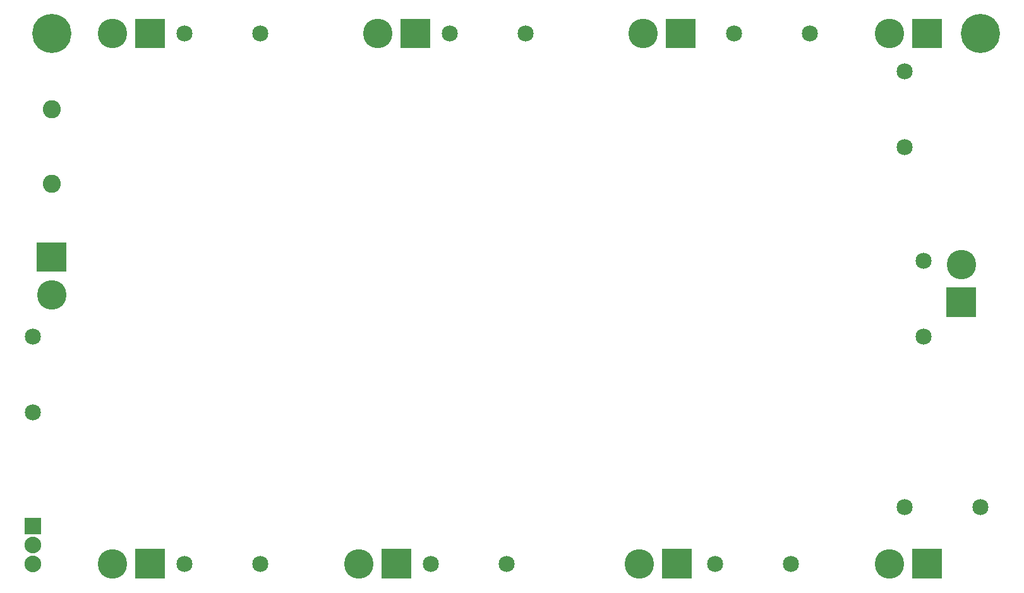
<source format=gts>
G04 MADE WITH FRITZING*
G04 WWW.FRITZING.ORG*
G04 DOUBLE SIDED*
G04 HOLES PLATED*
G04 CONTOUR ON CENTER OF CONTOUR VECTOR*
%ASAXBY*%
%FSLAX23Y23*%
%MOIN*%
%OFA0B0*%
%SFA1.0B1.0*%
%ADD10C,0.095437*%
%ADD11C,0.155669*%
%ADD12C,0.088000*%
%ADD13C,0.085000*%
%ADD14C,0.206850*%
%ADD15R,0.088000X0.088000*%
%ADD16R,0.001000X0.001000*%
%LNMASK1*%
G90*
G70*
G54D10*
X327Y2296D03*
X327Y2689D03*
G54D11*
X4747Y3089D03*
X4947Y3089D03*
X4747Y3089D03*
X4947Y3089D03*
X4747Y3089D03*
X4947Y3089D03*
X3447Y3089D03*
X3647Y3089D03*
X3447Y3089D03*
X3647Y3089D03*
X3447Y3089D03*
X3647Y3089D03*
X2047Y3089D03*
X2247Y3089D03*
X2047Y3089D03*
X2247Y3089D03*
X2047Y3089D03*
X2247Y3089D03*
X647Y3089D03*
X847Y3089D03*
X647Y3089D03*
X847Y3089D03*
X647Y3089D03*
X847Y3089D03*
X327Y1709D03*
X327Y1909D03*
X327Y1709D03*
X327Y1909D03*
X327Y1709D03*
X327Y1909D03*
X647Y289D03*
X847Y289D03*
X647Y289D03*
X847Y289D03*
X647Y289D03*
X847Y289D03*
X1947Y289D03*
X2147Y289D03*
X1947Y289D03*
X2147Y289D03*
X1947Y289D03*
X2147Y289D03*
X3427Y289D03*
X3627Y289D03*
X3427Y289D03*
X3627Y289D03*
X3427Y289D03*
X3627Y289D03*
X4747Y289D03*
X4947Y289D03*
X4747Y289D03*
X4947Y289D03*
X4747Y289D03*
X4947Y289D03*
X5127Y1870D03*
X5127Y1670D03*
X5127Y1870D03*
X5127Y1670D03*
X5127Y1870D03*
X5127Y1670D03*
G54D12*
X227Y489D03*
X227Y389D03*
X227Y289D03*
G54D13*
X1427Y3089D03*
X1027Y3089D03*
X2827Y3089D03*
X2427Y3089D03*
X4327Y3089D03*
X3927Y3089D03*
X4827Y2489D03*
X4827Y2889D03*
X4927Y1489D03*
X4927Y1889D03*
X227Y1089D03*
X227Y1489D03*
X4827Y589D03*
X5227Y589D03*
X4227Y289D03*
X3827Y289D03*
X2327Y289D03*
X2727Y289D03*
X1427Y289D03*
X1027Y289D03*
G54D14*
X5227Y3089D03*
X327Y3089D03*
G54D15*
X227Y489D03*
G54D16*
X769Y3167D02*
X924Y3167D01*
X2169Y3167D02*
X2323Y3167D01*
X3569Y3167D02*
X3723Y3167D01*
X4868Y3167D02*
X5023Y3167D01*
X769Y3166D02*
X924Y3166D01*
X2169Y3166D02*
X2323Y3166D01*
X3569Y3166D02*
X3723Y3166D01*
X4868Y3166D02*
X5023Y3166D01*
X769Y3165D02*
X924Y3165D01*
X2169Y3165D02*
X2323Y3165D01*
X3569Y3165D02*
X3723Y3165D01*
X4868Y3165D02*
X5023Y3165D01*
X769Y3164D02*
X924Y3164D01*
X2169Y3164D02*
X2323Y3164D01*
X3569Y3164D02*
X3723Y3164D01*
X4868Y3164D02*
X5023Y3164D01*
X769Y3163D02*
X924Y3163D01*
X2169Y3163D02*
X2323Y3163D01*
X3569Y3163D02*
X3723Y3163D01*
X4868Y3163D02*
X5023Y3163D01*
X769Y3162D02*
X924Y3162D01*
X2169Y3162D02*
X2323Y3162D01*
X3569Y3162D02*
X3723Y3162D01*
X4868Y3162D02*
X5023Y3162D01*
X769Y3161D02*
X924Y3161D01*
X2169Y3161D02*
X2323Y3161D01*
X3569Y3161D02*
X3723Y3161D01*
X4868Y3161D02*
X5023Y3161D01*
X769Y3160D02*
X924Y3160D01*
X2169Y3160D02*
X2323Y3160D01*
X3569Y3160D02*
X3723Y3160D01*
X4868Y3160D02*
X5023Y3160D01*
X769Y3159D02*
X924Y3159D01*
X2169Y3159D02*
X2323Y3159D01*
X3569Y3159D02*
X3723Y3159D01*
X4868Y3159D02*
X5023Y3159D01*
X769Y3158D02*
X924Y3158D01*
X2169Y3158D02*
X2323Y3158D01*
X3569Y3158D02*
X3723Y3158D01*
X4868Y3158D02*
X5023Y3158D01*
X769Y3157D02*
X924Y3157D01*
X2169Y3157D02*
X2323Y3157D01*
X3569Y3157D02*
X3723Y3157D01*
X4868Y3157D02*
X5023Y3157D01*
X769Y3156D02*
X924Y3156D01*
X2169Y3156D02*
X2323Y3156D01*
X3569Y3156D02*
X3723Y3156D01*
X4868Y3156D02*
X5023Y3156D01*
X769Y3155D02*
X924Y3155D01*
X2169Y3155D02*
X2323Y3155D01*
X3569Y3155D02*
X3723Y3155D01*
X4868Y3155D02*
X5023Y3155D01*
X769Y3154D02*
X924Y3154D01*
X2169Y3154D02*
X2323Y3154D01*
X3569Y3154D02*
X3723Y3154D01*
X4868Y3154D02*
X5023Y3154D01*
X769Y3153D02*
X924Y3153D01*
X2169Y3153D02*
X2323Y3153D01*
X3569Y3153D02*
X3723Y3153D01*
X4868Y3153D02*
X5023Y3153D01*
X769Y3152D02*
X924Y3152D01*
X2169Y3152D02*
X2323Y3152D01*
X3569Y3152D02*
X3723Y3152D01*
X4868Y3152D02*
X5023Y3152D01*
X769Y3151D02*
X924Y3151D01*
X2169Y3151D02*
X2323Y3151D01*
X3569Y3151D02*
X3723Y3151D01*
X4868Y3151D02*
X5023Y3151D01*
X769Y3150D02*
X924Y3150D01*
X2169Y3150D02*
X2323Y3150D01*
X3569Y3150D02*
X3723Y3150D01*
X4868Y3150D02*
X5023Y3150D01*
X769Y3149D02*
X924Y3149D01*
X2169Y3149D02*
X2323Y3149D01*
X3569Y3149D02*
X3723Y3149D01*
X4868Y3149D02*
X5023Y3149D01*
X769Y3148D02*
X924Y3148D01*
X2169Y3148D02*
X2323Y3148D01*
X3569Y3148D02*
X3723Y3148D01*
X4868Y3148D02*
X5023Y3148D01*
X769Y3147D02*
X924Y3147D01*
X2169Y3147D02*
X2323Y3147D01*
X3569Y3147D02*
X3723Y3147D01*
X4868Y3147D02*
X5023Y3147D01*
X769Y3146D02*
X924Y3146D01*
X2169Y3146D02*
X2323Y3146D01*
X3569Y3146D02*
X3723Y3146D01*
X4868Y3146D02*
X5023Y3146D01*
X769Y3145D02*
X924Y3145D01*
X2169Y3145D02*
X2323Y3145D01*
X3569Y3145D02*
X3723Y3145D01*
X4868Y3145D02*
X5023Y3145D01*
X769Y3144D02*
X924Y3144D01*
X2169Y3144D02*
X2323Y3144D01*
X3569Y3144D02*
X3723Y3144D01*
X4868Y3144D02*
X5023Y3144D01*
X769Y3143D02*
X924Y3143D01*
X2169Y3143D02*
X2323Y3143D01*
X3569Y3143D02*
X3723Y3143D01*
X4868Y3143D02*
X5023Y3143D01*
X769Y3142D02*
X924Y3142D01*
X2169Y3142D02*
X2323Y3142D01*
X3569Y3142D02*
X3723Y3142D01*
X4868Y3142D02*
X5023Y3142D01*
X769Y3141D02*
X924Y3141D01*
X2169Y3141D02*
X2323Y3141D01*
X3569Y3141D02*
X3723Y3141D01*
X4868Y3141D02*
X5023Y3141D01*
X769Y3140D02*
X924Y3140D01*
X2169Y3140D02*
X2323Y3140D01*
X3569Y3140D02*
X3723Y3140D01*
X4868Y3140D02*
X5023Y3140D01*
X769Y3139D02*
X924Y3139D01*
X2169Y3139D02*
X2323Y3139D01*
X3569Y3139D02*
X3723Y3139D01*
X4868Y3139D02*
X5023Y3139D01*
X769Y3138D02*
X924Y3138D01*
X2169Y3138D02*
X2323Y3138D01*
X3569Y3138D02*
X3723Y3138D01*
X4868Y3138D02*
X5023Y3138D01*
X769Y3137D02*
X924Y3137D01*
X2169Y3137D02*
X2323Y3137D01*
X3569Y3137D02*
X3723Y3137D01*
X4868Y3137D02*
X5023Y3137D01*
X769Y3136D02*
X924Y3136D01*
X2169Y3136D02*
X2323Y3136D01*
X3569Y3136D02*
X3723Y3136D01*
X4868Y3136D02*
X5023Y3136D01*
X769Y3135D02*
X924Y3135D01*
X2169Y3135D02*
X2323Y3135D01*
X3569Y3135D02*
X3723Y3135D01*
X4868Y3135D02*
X5023Y3135D01*
X769Y3134D02*
X924Y3134D01*
X2169Y3134D02*
X2323Y3134D01*
X3569Y3134D02*
X3723Y3134D01*
X4868Y3134D02*
X5023Y3134D01*
X769Y3133D02*
X924Y3133D01*
X2169Y3133D02*
X2323Y3133D01*
X3569Y3133D02*
X3723Y3133D01*
X4868Y3133D02*
X5023Y3133D01*
X769Y3132D02*
X842Y3132D01*
X851Y3132D02*
X924Y3132D01*
X2169Y3132D02*
X2242Y3132D01*
X2251Y3132D02*
X2323Y3132D01*
X3569Y3132D02*
X3641Y3132D01*
X3650Y3132D02*
X3723Y3132D01*
X4868Y3132D02*
X4941Y3132D01*
X4950Y3132D02*
X5023Y3132D01*
X769Y3131D02*
X836Y3131D01*
X857Y3131D02*
X924Y3131D01*
X2169Y3131D02*
X2236Y3131D01*
X2257Y3131D02*
X2323Y3131D01*
X3569Y3131D02*
X3635Y3131D01*
X3656Y3131D02*
X3723Y3131D01*
X4868Y3131D02*
X4935Y3131D01*
X4956Y3131D02*
X5023Y3131D01*
X769Y3130D02*
X832Y3130D01*
X860Y3130D02*
X924Y3130D01*
X2169Y3130D02*
X2232Y3130D01*
X2260Y3130D02*
X2323Y3130D01*
X3569Y3130D02*
X3632Y3130D01*
X3660Y3130D02*
X3723Y3130D01*
X4868Y3130D02*
X4932Y3130D01*
X4960Y3130D02*
X5023Y3130D01*
X769Y3129D02*
X829Y3129D01*
X863Y3129D02*
X924Y3129D01*
X2169Y3129D02*
X2229Y3129D01*
X2263Y3129D02*
X2323Y3129D01*
X3569Y3129D02*
X3629Y3129D01*
X3663Y3129D02*
X3723Y3129D01*
X4868Y3129D02*
X4929Y3129D01*
X4963Y3129D02*
X5023Y3129D01*
X769Y3128D02*
X827Y3128D01*
X865Y3128D02*
X924Y3128D01*
X2169Y3128D02*
X2227Y3128D01*
X2265Y3128D02*
X2323Y3128D01*
X3569Y3128D02*
X3627Y3128D01*
X3665Y3128D02*
X3723Y3128D01*
X4868Y3128D02*
X4927Y3128D01*
X4965Y3128D02*
X5023Y3128D01*
X769Y3127D02*
X825Y3127D01*
X867Y3127D02*
X924Y3127D01*
X2169Y3127D02*
X2225Y3127D01*
X2267Y3127D02*
X2323Y3127D01*
X3569Y3127D02*
X3625Y3127D01*
X3667Y3127D02*
X3723Y3127D01*
X4868Y3127D02*
X4925Y3127D01*
X4967Y3127D02*
X5023Y3127D01*
X769Y3126D02*
X824Y3126D01*
X869Y3126D02*
X924Y3126D01*
X2169Y3126D02*
X2223Y3126D01*
X2269Y3126D02*
X2323Y3126D01*
X3569Y3126D02*
X3623Y3126D01*
X3668Y3126D02*
X3723Y3126D01*
X4868Y3126D02*
X4923Y3126D01*
X4968Y3126D02*
X5023Y3126D01*
X769Y3125D02*
X822Y3125D01*
X870Y3125D02*
X924Y3125D01*
X2169Y3125D02*
X2222Y3125D01*
X2270Y3125D02*
X2323Y3125D01*
X3569Y3125D02*
X3622Y3125D01*
X3670Y3125D02*
X3723Y3125D01*
X4868Y3125D02*
X4922Y3125D01*
X4970Y3125D02*
X5023Y3125D01*
X769Y3124D02*
X821Y3124D01*
X872Y3124D02*
X924Y3124D01*
X2169Y3124D02*
X2221Y3124D01*
X2272Y3124D02*
X2323Y3124D01*
X3569Y3124D02*
X3620Y3124D01*
X3671Y3124D02*
X3723Y3124D01*
X4868Y3124D02*
X4920Y3124D01*
X4971Y3124D02*
X5023Y3124D01*
X769Y3123D02*
X819Y3123D01*
X873Y3123D02*
X924Y3123D01*
X2169Y3123D02*
X2219Y3123D01*
X2273Y3123D02*
X2323Y3123D01*
X3569Y3123D02*
X3619Y3123D01*
X3673Y3123D02*
X3723Y3123D01*
X4868Y3123D02*
X4919Y3123D01*
X4973Y3123D02*
X5023Y3123D01*
X769Y3122D02*
X818Y3122D01*
X874Y3122D02*
X924Y3122D01*
X2169Y3122D02*
X2218Y3122D01*
X2274Y3122D02*
X2323Y3122D01*
X3569Y3122D02*
X3618Y3122D01*
X3674Y3122D02*
X3723Y3122D01*
X4868Y3122D02*
X4918Y3122D01*
X4974Y3122D02*
X5023Y3122D01*
X769Y3121D02*
X817Y3121D01*
X875Y3121D02*
X924Y3121D01*
X2169Y3121D02*
X2217Y3121D01*
X2275Y3121D02*
X2323Y3121D01*
X3569Y3121D02*
X3617Y3121D01*
X3675Y3121D02*
X3723Y3121D01*
X4868Y3121D02*
X4917Y3121D01*
X4975Y3121D02*
X5023Y3121D01*
X769Y3120D02*
X816Y3120D01*
X876Y3120D02*
X924Y3120D01*
X2169Y3120D02*
X2216Y3120D01*
X2276Y3120D02*
X2323Y3120D01*
X3569Y3120D02*
X3616Y3120D01*
X3676Y3120D02*
X3723Y3120D01*
X4868Y3120D02*
X4916Y3120D01*
X4976Y3120D02*
X5023Y3120D01*
X769Y3119D02*
X815Y3119D01*
X877Y3119D02*
X924Y3119D01*
X2169Y3119D02*
X2215Y3119D01*
X2277Y3119D02*
X2323Y3119D01*
X3569Y3119D02*
X3615Y3119D01*
X3677Y3119D02*
X3723Y3119D01*
X4868Y3119D02*
X4915Y3119D01*
X4977Y3119D02*
X5023Y3119D01*
X769Y3118D02*
X814Y3118D01*
X878Y3118D02*
X924Y3118D01*
X2169Y3118D02*
X2214Y3118D01*
X2278Y3118D02*
X2323Y3118D01*
X3569Y3118D02*
X3614Y3118D01*
X3678Y3118D02*
X3723Y3118D01*
X4868Y3118D02*
X4914Y3118D01*
X4978Y3118D02*
X5023Y3118D01*
X769Y3117D02*
X813Y3117D01*
X879Y3117D02*
X924Y3117D01*
X2169Y3117D02*
X2213Y3117D01*
X2279Y3117D02*
X2323Y3117D01*
X3569Y3117D02*
X3613Y3117D01*
X3679Y3117D02*
X3723Y3117D01*
X4868Y3117D02*
X4913Y3117D01*
X4979Y3117D02*
X5023Y3117D01*
X769Y3116D02*
X812Y3116D01*
X880Y3116D02*
X924Y3116D01*
X2169Y3116D02*
X2212Y3116D01*
X2280Y3116D02*
X2323Y3116D01*
X3569Y3116D02*
X3612Y3116D01*
X3680Y3116D02*
X3723Y3116D01*
X4868Y3116D02*
X4912Y3116D01*
X4980Y3116D02*
X5023Y3116D01*
X769Y3115D02*
X812Y3115D01*
X881Y3115D02*
X924Y3115D01*
X2169Y3115D02*
X2212Y3115D01*
X2281Y3115D02*
X2323Y3115D01*
X3569Y3115D02*
X3611Y3115D01*
X3680Y3115D02*
X3723Y3115D01*
X4868Y3115D02*
X4911Y3115D01*
X4980Y3115D02*
X5023Y3115D01*
X769Y3114D02*
X811Y3114D01*
X881Y3114D02*
X924Y3114D01*
X2169Y3114D02*
X2211Y3114D01*
X2281Y3114D02*
X2323Y3114D01*
X3569Y3114D02*
X3611Y3114D01*
X3681Y3114D02*
X3723Y3114D01*
X4868Y3114D02*
X4911Y3114D01*
X4981Y3114D02*
X5023Y3114D01*
X769Y3113D02*
X810Y3113D01*
X882Y3113D02*
X924Y3113D01*
X2169Y3113D02*
X2210Y3113D01*
X2282Y3113D02*
X2323Y3113D01*
X3569Y3113D02*
X3610Y3113D01*
X3682Y3113D02*
X3723Y3113D01*
X4868Y3113D02*
X4910Y3113D01*
X4982Y3113D02*
X5023Y3113D01*
X769Y3112D02*
X810Y3112D01*
X883Y3112D02*
X924Y3112D01*
X2169Y3112D02*
X2209Y3112D01*
X2283Y3112D02*
X2323Y3112D01*
X3569Y3112D02*
X3609Y3112D01*
X3682Y3112D02*
X3723Y3112D01*
X4868Y3112D02*
X4909Y3112D01*
X4982Y3112D02*
X5023Y3112D01*
X769Y3111D02*
X809Y3111D01*
X883Y3111D02*
X924Y3111D01*
X2169Y3111D02*
X2209Y3111D01*
X2283Y3111D02*
X2323Y3111D01*
X3569Y3111D02*
X3609Y3111D01*
X3683Y3111D02*
X3723Y3111D01*
X4868Y3111D02*
X4909Y3111D01*
X4983Y3111D02*
X5023Y3111D01*
X769Y3110D02*
X808Y3110D01*
X884Y3110D02*
X924Y3110D01*
X2169Y3110D02*
X2208Y3110D01*
X2284Y3110D02*
X2323Y3110D01*
X3569Y3110D02*
X3608Y3110D01*
X3684Y3110D02*
X3723Y3110D01*
X4868Y3110D02*
X4908Y3110D01*
X4984Y3110D02*
X5023Y3110D01*
X769Y3109D02*
X808Y3109D01*
X884Y3109D02*
X924Y3109D01*
X2169Y3109D02*
X2208Y3109D01*
X2284Y3109D02*
X2323Y3109D01*
X3569Y3109D02*
X3608Y3109D01*
X3684Y3109D02*
X3723Y3109D01*
X4868Y3109D02*
X4908Y3109D01*
X4984Y3109D02*
X5023Y3109D01*
X769Y3108D02*
X807Y3108D01*
X885Y3108D02*
X924Y3108D01*
X2169Y3108D02*
X2207Y3108D01*
X2285Y3108D02*
X2323Y3108D01*
X3569Y3108D02*
X3607Y3108D01*
X3685Y3108D02*
X3723Y3108D01*
X4868Y3108D02*
X4907Y3108D01*
X4985Y3108D02*
X5023Y3108D01*
X769Y3107D02*
X807Y3107D01*
X885Y3107D02*
X924Y3107D01*
X2169Y3107D02*
X2207Y3107D01*
X2285Y3107D02*
X2323Y3107D01*
X3569Y3107D02*
X3607Y3107D01*
X3685Y3107D02*
X3723Y3107D01*
X4868Y3107D02*
X4907Y3107D01*
X4985Y3107D02*
X5023Y3107D01*
X769Y3106D02*
X807Y3106D01*
X886Y3106D02*
X924Y3106D01*
X2169Y3106D02*
X2206Y3106D01*
X2286Y3106D02*
X2323Y3106D01*
X3569Y3106D02*
X3606Y3106D01*
X3686Y3106D02*
X3723Y3106D01*
X4868Y3106D02*
X4906Y3106D01*
X4985Y3106D02*
X5023Y3106D01*
X769Y3105D02*
X806Y3105D01*
X886Y3105D02*
X924Y3105D01*
X2169Y3105D02*
X2206Y3105D01*
X2286Y3105D02*
X2323Y3105D01*
X3569Y3105D02*
X3606Y3105D01*
X3686Y3105D02*
X3723Y3105D01*
X4868Y3105D02*
X4906Y3105D01*
X4986Y3105D02*
X5023Y3105D01*
X769Y3104D02*
X806Y3104D01*
X887Y3104D02*
X924Y3104D01*
X2169Y3104D02*
X2206Y3104D01*
X2286Y3104D02*
X2323Y3104D01*
X3569Y3104D02*
X3606Y3104D01*
X3686Y3104D02*
X3723Y3104D01*
X4868Y3104D02*
X4905Y3104D01*
X4986Y3104D02*
X5023Y3104D01*
X769Y3103D02*
X805Y3103D01*
X887Y3103D02*
X924Y3103D01*
X2169Y3103D02*
X2205Y3103D01*
X2287Y3103D02*
X2323Y3103D01*
X3569Y3103D02*
X3605Y3103D01*
X3687Y3103D02*
X3723Y3103D01*
X4868Y3103D02*
X4905Y3103D01*
X4987Y3103D02*
X5023Y3103D01*
X769Y3102D02*
X805Y3102D01*
X887Y3102D02*
X924Y3102D01*
X2169Y3102D02*
X2205Y3102D01*
X2287Y3102D02*
X2323Y3102D01*
X3569Y3102D02*
X3605Y3102D01*
X3687Y3102D02*
X3723Y3102D01*
X4868Y3102D02*
X4905Y3102D01*
X4987Y3102D02*
X5023Y3102D01*
X769Y3101D02*
X805Y3101D01*
X887Y3101D02*
X924Y3101D01*
X2169Y3101D02*
X2205Y3101D01*
X2287Y3101D02*
X2323Y3101D01*
X3569Y3101D02*
X3605Y3101D01*
X3687Y3101D02*
X3723Y3101D01*
X4868Y3101D02*
X4905Y3101D01*
X4987Y3101D02*
X5023Y3101D01*
X769Y3100D02*
X805Y3100D01*
X888Y3100D02*
X924Y3100D01*
X2169Y3100D02*
X2205Y3100D01*
X2288Y3100D02*
X2323Y3100D01*
X3569Y3100D02*
X3604Y3100D01*
X3687Y3100D02*
X3723Y3100D01*
X4868Y3100D02*
X4904Y3100D01*
X4987Y3100D02*
X5023Y3100D01*
X769Y3099D02*
X804Y3099D01*
X888Y3099D02*
X924Y3099D01*
X2169Y3099D02*
X2204Y3099D01*
X2288Y3099D02*
X2323Y3099D01*
X3569Y3099D02*
X3604Y3099D01*
X3688Y3099D02*
X3723Y3099D01*
X4868Y3099D02*
X4904Y3099D01*
X4988Y3099D02*
X5023Y3099D01*
X769Y3098D02*
X804Y3098D01*
X888Y3098D02*
X924Y3098D01*
X2169Y3098D02*
X2204Y3098D01*
X2288Y3098D02*
X2323Y3098D01*
X3569Y3098D02*
X3604Y3098D01*
X3688Y3098D02*
X3723Y3098D01*
X4868Y3098D02*
X4904Y3098D01*
X4988Y3098D02*
X5023Y3098D01*
X769Y3097D02*
X804Y3097D01*
X888Y3097D02*
X924Y3097D01*
X2169Y3097D02*
X2204Y3097D01*
X2288Y3097D02*
X2323Y3097D01*
X3569Y3097D02*
X3604Y3097D01*
X3688Y3097D02*
X3723Y3097D01*
X4868Y3097D02*
X4904Y3097D01*
X4988Y3097D02*
X5023Y3097D01*
X769Y3096D02*
X804Y3096D01*
X888Y3096D02*
X924Y3096D01*
X2169Y3096D02*
X2204Y3096D01*
X2288Y3096D02*
X2323Y3096D01*
X3569Y3096D02*
X3604Y3096D01*
X3688Y3096D02*
X3723Y3096D01*
X4868Y3096D02*
X4904Y3096D01*
X4988Y3096D02*
X5023Y3096D01*
X769Y3095D02*
X804Y3095D01*
X889Y3095D02*
X924Y3095D01*
X2169Y3095D02*
X2204Y3095D01*
X2288Y3095D02*
X2323Y3095D01*
X3569Y3095D02*
X3603Y3095D01*
X3688Y3095D02*
X3723Y3095D01*
X4868Y3095D02*
X4903Y3095D01*
X4988Y3095D02*
X5023Y3095D01*
X769Y3094D02*
X804Y3094D01*
X889Y3094D02*
X924Y3094D01*
X2169Y3094D02*
X2204Y3094D01*
X2289Y3094D02*
X2323Y3094D01*
X3569Y3094D02*
X3603Y3094D01*
X3688Y3094D02*
X3723Y3094D01*
X4868Y3094D02*
X4903Y3094D01*
X4988Y3094D02*
X5023Y3094D01*
X769Y3093D02*
X804Y3093D01*
X889Y3093D02*
X924Y3093D01*
X2169Y3093D02*
X2203Y3093D01*
X2289Y3093D02*
X2323Y3093D01*
X3569Y3093D02*
X3603Y3093D01*
X3689Y3093D02*
X3723Y3093D01*
X4868Y3093D02*
X4903Y3093D01*
X4988Y3093D02*
X5023Y3093D01*
X769Y3092D02*
X804Y3092D01*
X889Y3092D02*
X924Y3092D01*
X2169Y3092D02*
X2203Y3092D01*
X2289Y3092D02*
X2323Y3092D01*
X3569Y3092D02*
X3603Y3092D01*
X3689Y3092D02*
X3723Y3092D01*
X4868Y3092D02*
X4903Y3092D01*
X4988Y3092D02*
X5023Y3092D01*
X769Y3091D02*
X803Y3091D01*
X889Y3091D02*
X924Y3091D01*
X2169Y3091D02*
X2203Y3091D01*
X2289Y3091D02*
X2323Y3091D01*
X3569Y3091D02*
X3603Y3091D01*
X3689Y3091D02*
X3723Y3091D01*
X4868Y3091D02*
X4903Y3091D01*
X4988Y3091D02*
X5023Y3091D01*
X769Y3090D02*
X803Y3090D01*
X889Y3090D02*
X924Y3090D01*
X2169Y3090D02*
X2203Y3090D01*
X2289Y3090D02*
X2323Y3090D01*
X3569Y3090D02*
X3603Y3090D01*
X3689Y3090D02*
X3723Y3090D01*
X4868Y3090D02*
X4903Y3090D01*
X4989Y3090D02*
X5023Y3090D01*
X769Y3089D02*
X803Y3089D01*
X889Y3089D02*
X924Y3089D01*
X2169Y3089D02*
X2203Y3089D01*
X2289Y3089D02*
X2323Y3089D01*
X3569Y3089D02*
X3603Y3089D01*
X3689Y3089D02*
X3723Y3089D01*
X4868Y3089D02*
X4903Y3089D01*
X4988Y3089D02*
X5023Y3089D01*
X769Y3088D02*
X804Y3088D01*
X889Y3088D02*
X924Y3088D01*
X2169Y3088D02*
X2203Y3088D01*
X2289Y3088D02*
X2323Y3088D01*
X3569Y3088D02*
X3603Y3088D01*
X3689Y3088D02*
X3723Y3088D01*
X4868Y3088D02*
X4903Y3088D01*
X4988Y3088D02*
X5023Y3088D01*
X769Y3087D02*
X804Y3087D01*
X889Y3087D02*
X924Y3087D01*
X2169Y3087D02*
X2203Y3087D01*
X2289Y3087D02*
X2323Y3087D01*
X3569Y3087D02*
X3603Y3087D01*
X3689Y3087D02*
X3723Y3087D01*
X4868Y3087D02*
X4903Y3087D01*
X4988Y3087D02*
X5023Y3087D01*
X769Y3086D02*
X804Y3086D01*
X889Y3086D02*
X924Y3086D01*
X2169Y3086D02*
X2204Y3086D01*
X2289Y3086D02*
X2323Y3086D01*
X3569Y3086D02*
X3603Y3086D01*
X3688Y3086D02*
X3723Y3086D01*
X4868Y3086D02*
X4903Y3086D01*
X4988Y3086D02*
X5023Y3086D01*
X769Y3085D02*
X804Y3085D01*
X889Y3085D02*
X924Y3085D01*
X2169Y3085D02*
X2204Y3085D01*
X2289Y3085D02*
X2323Y3085D01*
X3569Y3085D02*
X3603Y3085D01*
X3688Y3085D02*
X3723Y3085D01*
X4868Y3085D02*
X4903Y3085D01*
X4988Y3085D02*
X5023Y3085D01*
X769Y3084D02*
X804Y3084D01*
X888Y3084D02*
X924Y3084D01*
X2169Y3084D02*
X2204Y3084D01*
X2288Y3084D02*
X2323Y3084D01*
X3569Y3084D02*
X3604Y3084D01*
X3688Y3084D02*
X3723Y3084D01*
X4868Y3084D02*
X4904Y3084D01*
X4988Y3084D02*
X5023Y3084D01*
X769Y3083D02*
X804Y3083D01*
X888Y3083D02*
X924Y3083D01*
X2169Y3083D02*
X2204Y3083D01*
X2288Y3083D02*
X2323Y3083D01*
X3569Y3083D02*
X3604Y3083D01*
X3688Y3083D02*
X3723Y3083D01*
X4868Y3083D02*
X4904Y3083D01*
X4988Y3083D02*
X5023Y3083D01*
X769Y3082D02*
X804Y3082D01*
X888Y3082D02*
X924Y3082D01*
X2169Y3082D02*
X2204Y3082D01*
X2288Y3082D02*
X2323Y3082D01*
X3569Y3082D02*
X3604Y3082D01*
X3688Y3082D02*
X3723Y3082D01*
X4868Y3082D02*
X4904Y3082D01*
X4988Y3082D02*
X5023Y3082D01*
X769Y3081D02*
X804Y3081D01*
X888Y3081D02*
X924Y3081D01*
X2169Y3081D02*
X2204Y3081D01*
X2288Y3081D02*
X2323Y3081D01*
X3569Y3081D02*
X3604Y3081D01*
X3688Y3081D02*
X3723Y3081D01*
X4868Y3081D02*
X4904Y3081D01*
X4988Y3081D02*
X5023Y3081D01*
X769Y3080D02*
X805Y3080D01*
X888Y3080D02*
X924Y3080D01*
X2169Y3080D02*
X2204Y3080D01*
X2288Y3080D02*
X2323Y3080D01*
X3569Y3080D02*
X3604Y3080D01*
X3688Y3080D02*
X3723Y3080D01*
X4868Y3080D02*
X4904Y3080D01*
X4987Y3080D02*
X5023Y3080D01*
X769Y3079D02*
X805Y3079D01*
X888Y3079D02*
X924Y3079D01*
X2169Y3079D02*
X2205Y3079D01*
X2287Y3079D02*
X2323Y3079D01*
X3569Y3079D02*
X3605Y3079D01*
X3687Y3079D02*
X3723Y3079D01*
X4868Y3079D02*
X4904Y3079D01*
X4987Y3079D02*
X5023Y3079D01*
X769Y3078D02*
X805Y3078D01*
X887Y3078D02*
X924Y3078D01*
X2169Y3078D02*
X2205Y3078D01*
X2287Y3078D02*
X2323Y3078D01*
X3569Y3078D02*
X3605Y3078D01*
X3687Y3078D02*
X3723Y3078D01*
X4868Y3078D02*
X4905Y3078D01*
X4987Y3078D02*
X5023Y3078D01*
X769Y3077D02*
X805Y3077D01*
X887Y3077D02*
X924Y3077D01*
X2169Y3077D02*
X2205Y3077D01*
X2287Y3077D02*
X2323Y3077D01*
X3569Y3077D02*
X3605Y3077D01*
X3687Y3077D02*
X3723Y3077D01*
X4868Y3077D02*
X4905Y3077D01*
X4987Y3077D02*
X5023Y3077D01*
X769Y3076D02*
X806Y3076D01*
X887Y3076D02*
X924Y3076D01*
X2169Y3076D02*
X2206Y3076D01*
X2286Y3076D02*
X2323Y3076D01*
X3569Y3076D02*
X3606Y3076D01*
X3686Y3076D02*
X3723Y3076D01*
X4868Y3076D02*
X4905Y3076D01*
X4986Y3076D02*
X5023Y3076D01*
X769Y3075D02*
X806Y3075D01*
X886Y3075D02*
X924Y3075D01*
X2169Y3075D02*
X2206Y3075D01*
X2286Y3075D02*
X2323Y3075D01*
X3569Y3075D02*
X3606Y3075D01*
X3686Y3075D02*
X3723Y3075D01*
X4868Y3075D02*
X4906Y3075D01*
X4986Y3075D02*
X5023Y3075D01*
X769Y3074D02*
X806Y3074D01*
X886Y3074D02*
X924Y3074D01*
X2169Y3074D02*
X2206Y3074D01*
X2286Y3074D02*
X2323Y3074D01*
X3569Y3074D02*
X3606Y3074D01*
X3686Y3074D02*
X3723Y3074D01*
X4868Y3074D02*
X4906Y3074D01*
X4986Y3074D02*
X5023Y3074D01*
X769Y3073D02*
X807Y3073D01*
X885Y3073D02*
X924Y3073D01*
X2169Y3073D02*
X2207Y3073D01*
X2285Y3073D02*
X2323Y3073D01*
X3569Y3073D02*
X3607Y3073D01*
X3685Y3073D02*
X3723Y3073D01*
X4868Y3073D02*
X4907Y3073D01*
X4985Y3073D02*
X5023Y3073D01*
X769Y3072D02*
X807Y3072D01*
X885Y3072D02*
X924Y3072D01*
X2169Y3072D02*
X2207Y3072D01*
X2285Y3072D02*
X2323Y3072D01*
X3569Y3072D02*
X3607Y3072D01*
X3685Y3072D02*
X3723Y3072D01*
X4868Y3072D02*
X4907Y3072D01*
X4985Y3072D02*
X5023Y3072D01*
X769Y3071D02*
X808Y3071D01*
X884Y3071D02*
X924Y3071D01*
X2169Y3071D02*
X2208Y3071D01*
X2284Y3071D02*
X2323Y3071D01*
X3569Y3071D02*
X3608Y3071D01*
X3684Y3071D02*
X3723Y3071D01*
X4868Y3071D02*
X4908Y3071D01*
X4984Y3071D02*
X5023Y3071D01*
X769Y3070D02*
X808Y3070D01*
X884Y3070D02*
X924Y3070D01*
X2169Y3070D02*
X2208Y3070D01*
X2284Y3070D02*
X2323Y3070D01*
X3569Y3070D02*
X3608Y3070D01*
X3684Y3070D02*
X3723Y3070D01*
X4868Y3070D02*
X4908Y3070D01*
X4984Y3070D02*
X5023Y3070D01*
X769Y3069D02*
X809Y3069D01*
X883Y3069D02*
X924Y3069D01*
X2169Y3069D02*
X2209Y3069D01*
X2283Y3069D02*
X2323Y3069D01*
X3569Y3069D02*
X3609Y3069D01*
X3683Y3069D02*
X3723Y3069D01*
X4868Y3069D02*
X4909Y3069D01*
X4983Y3069D02*
X5023Y3069D01*
X769Y3068D02*
X810Y3068D01*
X883Y3068D02*
X924Y3068D01*
X2169Y3068D02*
X2209Y3068D01*
X2283Y3068D02*
X2323Y3068D01*
X3569Y3068D02*
X3609Y3068D01*
X3683Y3068D02*
X3723Y3068D01*
X4868Y3068D02*
X4909Y3068D01*
X4982Y3068D02*
X5023Y3068D01*
X769Y3067D02*
X810Y3067D01*
X882Y3067D02*
X924Y3067D01*
X2169Y3067D02*
X2210Y3067D01*
X2282Y3067D02*
X2323Y3067D01*
X3569Y3067D02*
X3610Y3067D01*
X3682Y3067D02*
X3723Y3067D01*
X4868Y3067D02*
X4910Y3067D01*
X4982Y3067D02*
X5023Y3067D01*
X769Y3066D02*
X811Y3066D01*
X882Y3066D02*
X924Y3066D01*
X2169Y3066D02*
X2211Y3066D01*
X2281Y3066D02*
X2323Y3066D01*
X3569Y3066D02*
X3611Y3066D01*
X3681Y3066D02*
X3723Y3066D01*
X4868Y3066D02*
X4910Y3066D01*
X4981Y3066D02*
X5023Y3066D01*
X769Y3065D02*
X812Y3065D01*
X881Y3065D02*
X924Y3065D01*
X2169Y3065D02*
X2211Y3065D01*
X2281Y3065D02*
X2323Y3065D01*
X3569Y3065D02*
X3611Y3065D01*
X3680Y3065D02*
X3723Y3065D01*
X4868Y3065D02*
X4911Y3065D01*
X4980Y3065D02*
X5023Y3065D01*
X769Y3064D02*
X812Y3064D01*
X880Y3064D02*
X924Y3064D01*
X2169Y3064D02*
X2212Y3064D01*
X2280Y3064D02*
X2323Y3064D01*
X3569Y3064D02*
X3612Y3064D01*
X3680Y3064D02*
X3723Y3064D01*
X4868Y3064D02*
X4912Y3064D01*
X4980Y3064D02*
X5023Y3064D01*
X769Y3063D02*
X813Y3063D01*
X879Y3063D02*
X924Y3063D01*
X2169Y3063D02*
X2213Y3063D01*
X2279Y3063D02*
X2323Y3063D01*
X3569Y3063D02*
X3613Y3063D01*
X3679Y3063D02*
X3723Y3063D01*
X4868Y3063D02*
X4913Y3063D01*
X4979Y3063D02*
X5023Y3063D01*
X769Y3062D02*
X814Y3062D01*
X878Y3062D02*
X924Y3062D01*
X2169Y3062D02*
X2214Y3062D01*
X2278Y3062D02*
X2323Y3062D01*
X3569Y3062D02*
X3614Y3062D01*
X3678Y3062D02*
X3723Y3062D01*
X4868Y3062D02*
X4914Y3062D01*
X4978Y3062D02*
X5023Y3062D01*
X769Y3061D02*
X815Y3061D01*
X877Y3061D02*
X924Y3061D01*
X2169Y3061D02*
X2215Y3061D01*
X2277Y3061D02*
X2323Y3061D01*
X3569Y3061D02*
X3615Y3061D01*
X3677Y3061D02*
X3723Y3061D01*
X4868Y3061D02*
X4915Y3061D01*
X4977Y3061D02*
X5023Y3061D01*
X769Y3060D02*
X816Y3060D01*
X876Y3060D02*
X924Y3060D01*
X2169Y3060D02*
X2216Y3060D01*
X2276Y3060D02*
X2323Y3060D01*
X3569Y3060D02*
X3616Y3060D01*
X3676Y3060D02*
X3723Y3060D01*
X4868Y3060D02*
X4916Y3060D01*
X4976Y3060D02*
X5023Y3060D01*
X769Y3059D02*
X817Y3059D01*
X875Y3059D02*
X924Y3059D01*
X2169Y3059D02*
X2217Y3059D01*
X2275Y3059D02*
X2323Y3059D01*
X3569Y3059D02*
X3617Y3059D01*
X3675Y3059D02*
X3723Y3059D01*
X4868Y3059D02*
X4917Y3059D01*
X4975Y3059D02*
X5023Y3059D01*
X769Y3058D02*
X818Y3058D01*
X874Y3058D02*
X924Y3058D01*
X2169Y3058D02*
X2218Y3058D01*
X2274Y3058D02*
X2323Y3058D01*
X3569Y3058D02*
X3618Y3058D01*
X3674Y3058D02*
X3723Y3058D01*
X4868Y3058D02*
X4918Y3058D01*
X4974Y3058D02*
X5023Y3058D01*
X769Y3057D02*
X819Y3057D01*
X873Y3057D02*
X924Y3057D01*
X2169Y3057D02*
X2219Y3057D01*
X2273Y3057D02*
X2323Y3057D01*
X3569Y3057D02*
X3619Y3057D01*
X3673Y3057D02*
X3723Y3057D01*
X4868Y3057D02*
X4919Y3057D01*
X4973Y3057D02*
X5023Y3057D01*
X769Y3056D02*
X821Y3056D01*
X872Y3056D02*
X924Y3056D01*
X2169Y3056D02*
X2220Y3056D01*
X2272Y3056D02*
X2323Y3056D01*
X3569Y3056D02*
X3620Y3056D01*
X3672Y3056D02*
X3723Y3056D01*
X4868Y3056D02*
X4920Y3056D01*
X4971Y3056D02*
X5023Y3056D01*
X769Y3055D02*
X822Y3055D01*
X870Y3055D02*
X924Y3055D01*
X2169Y3055D02*
X2222Y3055D01*
X2270Y3055D02*
X2323Y3055D01*
X3569Y3055D02*
X3622Y3055D01*
X3670Y3055D02*
X3723Y3055D01*
X4868Y3055D02*
X4922Y3055D01*
X4970Y3055D02*
X5023Y3055D01*
X769Y3054D02*
X823Y3054D01*
X869Y3054D02*
X924Y3054D01*
X2169Y3054D02*
X2223Y3054D01*
X2269Y3054D02*
X2323Y3054D01*
X3569Y3054D02*
X3623Y3054D01*
X3669Y3054D02*
X3723Y3054D01*
X4868Y3054D02*
X4923Y3054D01*
X4969Y3054D02*
X5023Y3054D01*
X769Y3053D02*
X825Y3053D01*
X867Y3053D02*
X924Y3053D01*
X2169Y3053D02*
X2225Y3053D01*
X2267Y3053D02*
X2323Y3053D01*
X3569Y3053D02*
X3625Y3053D01*
X3667Y3053D02*
X3723Y3053D01*
X4868Y3053D02*
X4925Y3053D01*
X4967Y3053D02*
X5023Y3053D01*
X769Y3052D02*
X827Y3052D01*
X865Y3052D02*
X924Y3052D01*
X2169Y3052D02*
X2227Y3052D01*
X2265Y3052D02*
X2323Y3052D01*
X3569Y3052D02*
X3627Y3052D01*
X3665Y3052D02*
X3723Y3052D01*
X4868Y3052D02*
X4927Y3052D01*
X4965Y3052D02*
X5023Y3052D01*
X769Y3051D02*
X829Y3051D01*
X863Y3051D02*
X924Y3051D01*
X2169Y3051D02*
X2229Y3051D01*
X2263Y3051D02*
X2323Y3051D01*
X3569Y3051D02*
X3629Y3051D01*
X3663Y3051D02*
X3723Y3051D01*
X4868Y3051D02*
X4929Y3051D01*
X4963Y3051D02*
X5023Y3051D01*
X769Y3050D02*
X832Y3050D01*
X861Y3050D02*
X924Y3050D01*
X2169Y3050D02*
X2232Y3050D01*
X2260Y3050D02*
X2323Y3050D01*
X3569Y3050D02*
X3632Y3050D01*
X3660Y3050D02*
X3723Y3050D01*
X4868Y3050D02*
X4931Y3050D01*
X4960Y3050D02*
X5023Y3050D01*
X769Y3049D02*
X835Y3049D01*
X857Y3049D02*
X924Y3049D01*
X2169Y3049D02*
X2235Y3049D01*
X2257Y3049D02*
X2323Y3049D01*
X3569Y3049D02*
X3635Y3049D01*
X3657Y3049D02*
X3723Y3049D01*
X4868Y3049D02*
X4935Y3049D01*
X4957Y3049D02*
X5023Y3049D01*
X769Y3048D02*
X841Y3048D01*
X852Y3048D02*
X924Y3048D01*
X2169Y3048D02*
X2241Y3048D01*
X2251Y3048D02*
X2323Y3048D01*
X3569Y3048D02*
X3641Y3048D01*
X3651Y3048D02*
X3723Y3048D01*
X4868Y3048D02*
X4940Y3048D01*
X4951Y3048D02*
X5023Y3048D01*
X769Y3047D02*
X924Y3047D01*
X2169Y3047D02*
X2323Y3047D01*
X3569Y3047D02*
X3723Y3047D01*
X4868Y3047D02*
X5023Y3047D01*
X769Y3046D02*
X924Y3046D01*
X2169Y3046D02*
X2323Y3046D01*
X3569Y3046D02*
X3723Y3046D01*
X4868Y3046D02*
X5023Y3046D01*
X769Y3045D02*
X924Y3045D01*
X2169Y3045D02*
X2323Y3045D01*
X3569Y3045D02*
X3723Y3045D01*
X4868Y3045D02*
X5023Y3045D01*
X769Y3044D02*
X924Y3044D01*
X2169Y3044D02*
X2323Y3044D01*
X3569Y3044D02*
X3723Y3044D01*
X4868Y3044D02*
X5023Y3044D01*
X769Y3043D02*
X924Y3043D01*
X2169Y3043D02*
X2323Y3043D01*
X3569Y3043D02*
X3723Y3043D01*
X4868Y3043D02*
X5023Y3043D01*
X769Y3042D02*
X924Y3042D01*
X2169Y3042D02*
X2323Y3042D01*
X3569Y3042D02*
X3723Y3042D01*
X4868Y3042D02*
X5023Y3042D01*
X769Y3041D02*
X924Y3041D01*
X2169Y3041D02*
X2323Y3041D01*
X3569Y3041D02*
X3723Y3041D01*
X4868Y3041D02*
X5023Y3041D01*
X769Y3040D02*
X924Y3040D01*
X2169Y3040D02*
X2323Y3040D01*
X3569Y3040D02*
X3723Y3040D01*
X4868Y3040D02*
X5023Y3040D01*
X769Y3039D02*
X924Y3039D01*
X2169Y3039D02*
X2323Y3039D01*
X3569Y3039D02*
X3723Y3039D01*
X4868Y3039D02*
X5023Y3039D01*
X769Y3038D02*
X924Y3038D01*
X2169Y3038D02*
X2323Y3038D01*
X3569Y3038D02*
X3723Y3038D01*
X4868Y3038D02*
X5023Y3038D01*
X769Y3037D02*
X924Y3037D01*
X2169Y3037D02*
X2323Y3037D01*
X3569Y3037D02*
X3723Y3037D01*
X4868Y3037D02*
X5023Y3037D01*
X769Y3036D02*
X924Y3036D01*
X2169Y3036D02*
X2323Y3036D01*
X3569Y3036D02*
X3723Y3036D01*
X4868Y3036D02*
X5023Y3036D01*
X769Y3035D02*
X924Y3035D01*
X2169Y3035D02*
X2323Y3035D01*
X3569Y3035D02*
X3723Y3035D01*
X4868Y3035D02*
X5023Y3035D01*
X769Y3034D02*
X924Y3034D01*
X2169Y3034D02*
X2323Y3034D01*
X3569Y3034D02*
X3723Y3034D01*
X4868Y3034D02*
X5023Y3034D01*
X769Y3033D02*
X924Y3033D01*
X2169Y3033D02*
X2323Y3033D01*
X3569Y3033D02*
X3723Y3033D01*
X4868Y3033D02*
X5023Y3033D01*
X769Y3032D02*
X924Y3032D01*
X2169Y3032D02*
X2323Y3032D01*
X3569Y3032D02*
X3723Y3032D01*
X4868Y3032D02*
X5023Y3032D01*
X769Y3031D02*
X924Y3031D01*
X2169Y3031D02*
X2323Y3031D01*
X3569Y3031D02*
X3723Y3031D01*
X4868Y3031D02*
X5023Y3031D01*
X769Y3030D02*
X924Y3030D01*
X2169Y3030D02*
X2323Y3030D01*
X3569Y3030D02*
X3723Y3030D01*
X4868Y3030D02*
X5023Y3030D01*
X769Y3029D02*
X924Y3029D01*
X2169Y3029D02*
X2323Y3029D01*
X3569Y3029D02*
X3723Y3029D01*
X4868Y3029D02*
X5023Y3029D01*
X769Y3028D02*
X924Y3028D01*
X2169Y3028D02*
X2323Y3028D01*
X3569Y3028D02*
X3723Y3028D01*
X4868Y3028D02*
X5023Y3028D01*
X769Y3027D02*
X924Y3027D01*
X2169Y3027D02*
X2323Y3027D01*
X3569Y3027D02*
X3723Y3027D01*
X4868Y3027D02*
X5023Y3027D01*
X769Y3026D02*
X924Y3026D01*
X2169Y3026D02*
X2323Y3026D01*
X3569Y3026D02*
X3723Y3026D01*
X4868Y3026D02*
X5023Y3026D01*
X769Y3025D02*
X924Y3025D01*
X2169Y3025D02*
X2323Y3025D01*
X3569Y3025D02*
X3723Y3025D01*
X4868Y3025D02*
X5023Y3025D01*
X769Y3024D02*
X924Y3024D01*
X2169Y3024D02*
X2323Y3024D01*
X3569Y3024D02*
X3723Y3024D01*
X4868Y3024D02*
X5023Y3024D01*
X769Y3023D02*
X924Y3023D01*
X2169Y3023D02*
X2323Y3023D01*
X3569Y3023D02*
X3723Y3023D01*
X4868Y3023D02*
X5023Y3023D01*
X769Y3022D02*
X924Y3022D01*
X2169Y3022D02*
X2323Y3022D01*
X3569Y3022D02*
X3723Y3022D01*
X4868Y3022D02*
X5023Y3022D01*
X769Y3021D02*
X924Y3021D01*
X2169Y3021D02*
X2323Y3021D01*
X3569Y3021D02*
X3723Y3021D01*
X4868Y3021D02*
X5023Y3021D01*
X769Y3020D02*
X924Y3020D01*
X2169Y3020D02*
X2323Y3020D01*
X3569Y3020D02*
X3723Y3020D01*
X4868Y3020D02*
X5023Y3020D01*
X769Y3019D02*
X924Y3019D01*
X2169Y3019D02*
X2323Y3019D01*
X3569Y3019D02*
X3723Y3019D01*
X4868Y3019D02*
X5023Y3019D01*
X769Y3018D02*
X924Y3018D01*
X2169Y3018D02*
X2323Y3018D01*
X3569Y3018D02*
X3723Y3018D01*
X4868Y3018D02*
X5023Y3018D01*
X769Y3017D02*
X924Y3017D01*
X2169Y3017D02*
X2323Y3017D01*
X3569Y3017D02*
X3723Y3017D01*
X4868Y3017D02*
X5023Y3017D01*
X769Y3016D02*
X924Y3016D01*
X2169Y3016D02*
X2323Y3016D01*
X3569Y3016D02*
X3723Y3016D01*
X4868Y3016D02*
X5023Y3016D01*
X769Y3015D02*
X924Y3015D01*
X2169Y3015D02*
X2323Y3015D01*
X3569Y3015D02*
X3723Y3015D01*
X4868Y3015D02*
X5023Y3015D01*
X769Y3014D02*
X924Y3014D01*
X2169Y3014D02*
X2323Y3014D01*
X3569Y3014D02*
X3723Y3014D01*
X4868Y3014D02*
X5023Y3014D01*
X769Y3013D02*
X924Y3013D01*
X2169Y3013D02*
X2323Y3013D01*
X3569Y3013D02*
X3723Y3013D01*
X4868Y3013D02*
X5023Y3013D01*
X249Y1987D02*
X404Y1987D01*
X249Y1986D02*
X404Y1986D01*
X249Y1985D02*
X404Y1985D01*
X249Y1984D02*
X404Y1984D01*
X249Y1983D02*
X404Y1983D01*
X249Y1982D02*
X404Y1982D01*
X249Y1981D02*
X404Y1981D01*
X249Y1980D02*
X404Y1980D01*
X249Y1979D02*
X404Y1979D01*
X249Y1978D02*
X404Y1978D01*
X249Y1977D02*
X404Y1977D01*
X249Y1976D02*
X404Y1976D01*
X249Y1975D02*
X404Y1975D01*
X249Y1974D02*
X404Y1974D01*
X249Y1973D02*
X404Y1973D01*
X249Y1972D02*
X404Y1972D01*
X249Y1971D02*
X404Y1971D01*
X249Y1970D02*
X404Y1970D01*
X249Y1969D02*
X404Y1969D01*
X249Y1968D02*
X404Y1968D01*
X249Y1967D02*
X404Y1967D01*
X249Y1966D02*
X404Y1966D01*
X249Y1965D02*
X404Y1965D01*
X249Y1964D02*
X404Y1964D01*
X249Y1963D02*
X404Y1963D01*
X249Y1962D02*
X404Y1962D01*
X249Y1961D02*
X404Y1961D01*
X249Y1960D02*
X404Y1960D01*
X249Y1959D02*
X404Y1959D01*
X249Y1958D02*
X404Y1958D01*
X249Y1957D02*
X404Y1957D01*
X249Y1956D02*
X404Y1956D01*
X249Y1955D02*
X404Y1955D01*
X249Y1954D02*
X404Y1954D01*
X249Y1953D02*
X404Y1953D01*
X249Y1952D02*
X322Y1952D01*
X331Y1952D02*
X404Y1952D01*
X249Y1951D02*
X316Y1951D01*
X337Y1951D02*
X404Y1951D01*
X249Y1950D02*
X312Y1950D01*
X341Y1950D02*
X404Y1950D01*
X249Y1949D02*
X310Y1949D01*
X343Y1949D02*
X404Y1949D01*
X249Y1948D02*
X308Y1948D01*
X345Y1948D02*
X404Y1948D01*
X249Y1947D02*
X306Y1947D01*
X347Y1947D02*
X404Y1947D01*
X249Y1946D02*
X304Y1946D01*
X349Y1946D02*
X404Y1946D01*
X249Y1945D02*
X302Y1945D01*
X351Y1945D02*
X404Y1945D01*
X249Y1944D02*
X301Y1944D01*
X352Y1944D02*
X404Y1944D01*
X249Y1943D02*
X300Y1943D01*
X353Y1943D02*
X404Y1943D01*
X249Y1942D02*
X299Y1942D01*
X355Y1942D02*
X404Y1942D01*
X249Y1941D02*
X297Y1941D01*
X356Y1941D02*
X404Y1941D01*
X249Y1940D02*
X296Y1940D01*
X357Y1940D02*
X404Y1940D01*
X249Y1939D02*
X295Y1939D01*
X358Y1939D02*
X404Y1939D01*
X249Y1938D02*
X295Y1938D01*
X359Y1938D02*
X404Y1938D01*
X249Y1937D02*
X294Y1937D01*
X359Y1937D02*
X404Y1937D01*
X249Y1936D02*
X293Y1936D01*
X360Y1936D02*
X404Y1936D01*
X249Y1935D02*
X292Y1935D01*
X361Y1935D02*
X404Y1935D01*
X249Y1934D02*
X291Y1934D01*
X362Y1934D02*
X404Y1934D01*
X249Y1933D02*
X291Y1933D01*
X362Y1933D02*
X404Y1933D01*
X249Y1932D02*
X290Y1932D01*
X363Y1932D02*
X404Y1932D01*
X249Y1931D02*
X289Y1931D01*
X364Y1931D02*
X404Y1931D01*
X249Y1930D02*
X289Y1930D01*
X364Y1930D02*
X404Y1930D01*
X249Y1929D02*
X288Y1929D01*
X365Y1929D02*
X404Y1929D01*
X249Y1928D02*
X288Y1928D01*
X365Y1928D02*
X404Y1928D01*
X249Y1927D02*
X287Y1927D01*
X366Y1927D02*
X404Y1927D01*
X249Y1926D02*
X287Y1926D01*
X366Y1926D02*
X404Y1926D01*
X249Y1925D02*
X287Y1925D01*
X367Y1925D02*
X404Y1925D01*
X249Y1924D02*
X286Y1924D01*
X367Y1924D02*
X404Y1924D01*
X249Y1923D02*
X286Y1923D01*
X367Y1923D02*
X404Y1923D01*
X249Y1922D02*
X285Y1922D01*
X368Y1922D02*
X404Y1922D01*
X249Y1921D02*
X285Y1921D01*
X368Y1921D02*
X404Y1921D01*
X249Y1920D02*
X285Y1920D01*
X368Y1920D02*
X404Y1920D01*
X249Y1919D02*
X285Y1919D01*
X368Y1919D02*
X404Y1919D01*
X249Y1918D02*
X285Y1918D01*
X369Y1918D02*
X404Y1918D01*
X249Y1917D02*
X284Y1917D01*
X369Y1917D02*
X404Y1917D01*
X249Y1916D02*
X284Y1916D01*
X369Y1916D02*
X404Y1916D01*
X249Y1915D02*
X284Y1915D01*
X369Y1915D02*
X404Y1915D01*
X249Y1914D02*
X284Y1914D01*
X369Y1914D02*
X404Y1914D01*
X249Y1913D02*
X284Y1913D01*
X369Y1913D02*
X404Y1913D01*
X249Y1912D02*
X284Y1912D01*
X369Y1912D02*
X404Y1912D01*
X249Y1911D02*
X284Y1911D01*
X369Y1911D02*
X404Y1911D01*
X249Y1910D02*
X284Y1910D01*
X369Y1910D02*
X404Y1910D01*
X249Y1909D02*
X284Y1909D01*
X369Y1909D02*
X404Y1909D01*
X249Y1908D02*
X284Y1908D01*
X369Y1908D02*
X404Y1908D01*
X249Y1907D02*
X284Y1907D01*
X369Y1907D02*
X404Y1907D01*
X249Y1906D02*
X284Y1906D01*
X369Y1906D02*
X404Y1906D01*
X249Y1905D02*
X284Y1905D01*
X369Y1905D02*
X404Y1905D01*
X249Y1904D02*
X284Y1904D01*
X369Y1904D02*
X404Y1904D01*
X249Y1903D02*
X284Y1903D01*
X369Y1903D02*
X404Y1903D01*
X249Y1902D02*
X285Y1902D01*
X369Y1902D02*
X404Y1902D01*
X249Y1901D02*
X285Y1901D01*
X368Y1901D02*
X404Y1901D01*
X249Y1900D02*
X285Y1900D01*
X368Y1900D02*
X404Y1900D01*
X249Y1899D02*
X285Y1899D01*
X368Y1899D02*
X404Y1899D01*
X249Y1898D02*
X285Y1898D01*
X368Y1898D02*
X404Y1898D01*
X249Y1897D02*
X286Y1897D01*
X367Y1897D02*
X404Y1897D01*
X249Y1896D02*
X286Y1896D01*
X367Y1896D02*
X404Y1896D01*
X249Y1895D02*
X286Y1895D01*
X367Y1895D02*
X404Y1895D01*
X249Y1894D02*
X287Y1894D01*
X366Y1894D02*
X404Y1894D01*
X249Y1893D02*
X287Y1893D01*
X366Y1893D02*
X404Y1893D01*
X249Y1892D02*
X288Y1892D01*
X365Y1892D02*
X404Y1892D01*
X249Y1891D02*
X288Y1891D01*
X365Y1891D02*
X404Y1891D01*
X249Y1890D02*
X289Y1890D01*
X364Y1890D02*
X404Y1890D01*
X249Y1889D02*
X289Y1889D01*
X364Y1889D02*
X404Y1889D01*
X249Y1888D02*
X290Y1888D01*
X363Y1888D02*
X404Y1888D01*
X249Y1887D02*
X291Y1887D01*
X363Y1887D02*
X404Y1887D01*
X249Y1886D02*
X291Y1886D01*
X362Y1886D02*
X404Y1886D01*
X249Y1885D02*
X292Y1885D01*
X361Y1885D02*
X404Y1885D01*
X249Y1884D02*
X293Y1884D01*
X360Y1884D02*
X404Y1884D01*
X249Y1883D02*
X294Y1883D01*
X360Y1883D02*
X404Y1883D01*
X249Y1882D02*
X294Y1882D01*
X359Y1882D02*
X404Y1882D01*
X249Y1881D02*
X295Y1881D01*
X358Y1881D02*
X404Y1881D01*
X249Y1880D02*
X296Y1880D01*
X357Y1880D02*
X404Y1880D01*
X249Y1879D02*
X297Y1879D01*
X356Y1879D02*
X404Y1879D01*
X249Y1878D02*
X298Y1878D01*
X355Y1878D02*
X404Y1878D01*
X249Y1877D02*
X300Y1877D01*
X353Y1877D02*
X404Y1877D01*
X249Y1876D02*
X301Y1876D01*
X352Y1876D02*
X404Y1876D01*
X249Y1875D02*
X302Y1875D01*
X351Y1875D02*
X404Y1875D01*
X249Y1874D02*
X304Y1874D01*
X349Y1874D02*
X404Y1874D01*
X249Y1873D02*
X305Y1873D01*
X348Y1873D02*
X404Y1873D01*
X249Y1872D02*
X307Y1872D01*
X346Y1872D02*
X404Y1872D01*
X249Y1871D02*
X309Y1871D01*
X344Y1871D02*
X404Y1871D01*
X249Y1870D02*
X312Y1870D01*
X341Y1870D02*
X404Y1870D01*
X249Y1869D02*
X316Y1869D01*
X338Y1869D02*
X404Y1869D01*
X249Y1868D02*
X321Y1868D01*
X332Y1868D02*
X404Y1868D01*
X249Y1867D02*
X404Y1867D01*
X249Y1866D02*
X404Y1866D01*
X249Y1865D02*
X404Y1865D01*
X249Y1864D02*
X404Y1864D01*
X249Y1863D02*
X404Y1863D01*
X249Y1862D02*
X404Y1862D01*
X249Y1861D02*
X404Y1861D01*
X249Y1860D02*
X404Y1860D01*
X249Y1859D02*
X404Y1859D01*
X249Y1858D02*
X404Y1858D01*
X249Y1857D02*
X404Y1857D01*
X249Y1856D02*
X404Y1856D01*
X249Y1855D02*
X404Y1855D01*
X249Y1854D02*
X404Y1854D01*
X249Y1853D02*
X404Y1853D01*
X249Y1852D02*
X404Y1852D01*
X249Y1851D02*
X404Y1851D01*
X249Y1850D02*
X404Y1850D01*
X249Y1849D02*
X404Y1849D01*
X249Y1848D02*
X404Y1848D01*
X249Y1847D02*
X404Y1847D01*
X249Y1846D02*
X404Y1846D01*
X249Y1845D02*
X404Y1845D01*
X249Y1844D02*
X404Y1844D01*
X249Y1843D02*
X404Y1843D01*
X249Y1842D02*
X404Y1842D01*
X249Y1841D02*
X404Y1841D01*
X249Y1840D02*
X404Y1840D01*
X249Y1839D02*
X404Y1839D01*
X249Y1838D02*
X404Y1838D01*
X249Y1837D02*
X404Y1837D01*
X249Y1836D02*
X404Y1836D01*
X249Y1835D02*
X404Y1835D01*
X249Y1834D02*
X404Y1834D01*
X249Y1833D02*
X404Y1833D01*
X5049Y1748D02*
X5203Y1748D01*
X5049Y1747D02*
X5203Y1747D01*
X5049Y1746D02*
X5203Y1746D01*
X5049Y1745D02*
X5203Y1745D01*
X5049Y1744D02*
X5203Y1744D01*
X5049Y1743D02*
X5203Y1743D01*
X5049Y1742D02*
X5203Y1742D01*
X5049Y1741D02*
X5203Y1741D01*
X5049Y1740D02*
X5203Y1740D01*
X5049Y1739D02*
X5203Y1739D01*
X5049Y1738D02*
X5203Y1738D01*
X5049Y1737D02*
X5203Y1737D01*
X5049Y1736D02*
X5203Y1736D01*
X5049Y1735D02*
X5203Y1735D01*
X5049Y1734D02*
X5203Y1734D01*
X5049Y1733D02*
X5203Y1733D01*
X5049Y1732D02*
X5203Y1732D01*
X5049Y1731D02*
X5203Y1731D01*
X5049Y1730D02*
X5203Y1730D01*
X5049Y1729D02*
X5203Y1729D01*
X5049Y1728D02*
X5203Y1728D01*
X5049Y1727D02*
X5203Y1727D01*
X5049Y1726D02*
X5203Y1726D01*
X5049Y1725D02*
X5203Y1725D01*
X5049Y1724D02*
X5203Y1724D01*
X5049Y1723D02*
X5203Y1723D01*
X5049Y1722D02*
X5203Y1722D01*
X5049Y1721D02*
X5203Y1721D01*
X5049Y1720D02*
X5203Y1720D01*
X5049Y1719D02*
X5203Y1719D01*
X5049Y1718D02*
X5203Y1718D01*
X5049Y1717D02*
X5203Y1717D01*
X5049Y1716D02*
X5203Y1716D01*
X5049Y1715D02*
X5203Y1715D01*
X5049Y1714D02*
X5203Y1714D01*
X5049Y1713D02*
X5203Y1713D01*
X5049Y1712D02*
X5117Y1712D01*
X5135Y1712D02*
X5203Y1712D01*
X5049Y1711D02*
X5113Y1711D01*
X5139Y1711D02*
X5203Y1711D01*
X5049Y1710D02*
X5110Y1710D01*
X5142Y1710D02*
X5203Y1710D01*
X5049Y1709D02*
X5108Y1709D01*
X5144Y1709D02*
X5203Y1709D01*
X5049Y1708D02*
X5106Y1708D01*
X5146Y1708D02*
X5203Y1708D01*
X5049Y1707D02*
X5104Y1707D01*
X5148Y1707D02*
X5203Y1707D01*
X5049Y1706D02*
X5102Y1706D01*
X5150Y1706D02*
X5203Y1706D01*
X5049Y1705D02*
X5101Y1705D01*
X5151Y1705D02*
X5203Y1705D01*
X5049Y1704D02*
X5100Y1704D01*
X5152Y1704D02*
X5203Y1704D01*
X5049Y1703D02*
X5098Y1703D01*
X5154Y1703D02*
X5203Y1703D01*
X5049Y1702D02*
X5097Y1702D01*
X5155Y1702D02*
X5203Y1702D01*
X5049Y1701D02*
X5096Y1701D01*
X5156Y1701D02*
X5203Y1701D01*
X5049Y1700D02*
X5095Y1700D01*
X5157Y1700D02*
X5203Y1700D01*
X5049Y1699D02*
X5094Y1699D01*
X5158Y1699D02*
X5203Y1699D01*
X5049Y1698D02*
X5093Y1698D01*
X5159Y1698D02*
X5203Y1698D01*
X5049Y1697D02*
X5093Y1697D01*
X5160Y1697D02*
X5203Y1697D01*
X5049Y1696D02*
X5092Y1696D01*
X5160Y1696D02*
X5203Y1696D01*
X5049Y1695D02*
X5091Y1695D01*
X5161Y1695D02*
X5203Y1695D01*
X5049Y1694D02*
X5090Y1694D01*
X5162Y1694D02*
X5203Y1694D01*
X5049Y1693D02*
X5090Y1693D01*
X5162Y1693D02*
X5203Y1693D01*
X5049Y1692D02*
X5089Y1692D01*
X5163Y1692D02*
X5203Y1692D01*
X5049Y1691D02*
X5089Y1691D01*
X5164Y1691D02*
X5203Y1691D01*
X5049Y1690D02*
X5088Y1690D01*
X5164Y1690D02*
X5203Y1690D01*
X5049Y1689D02*
X5088Y1689D01*
X5165Y1689D02*
X5203Y1689D01*
X5049Y1688D02*
X5087Y1688D01*
X5165Y1688D02*
X5203Y1688D01*
X5049Y1687D02*
X5087Y1687D01*
X5166Y1687D02*
X5203Y1687D01*
X5049Y1686D02*
X5086Y1686D01*
X5166Y1686D02*
X5203Y1686D01*
X5049Y1685D02*
X5086Y1685D01*
X5166Y1685D02*
X5203Y1685D01*
X5049Y1684D02*
X5085Y1684D01*
X5167Y1684D02*
X5203Y1684D01*
X5049Y1683D02*
X5085Y1683D01*
X5167Y1683D02*
X5203Y1683D01*
X5049Y1682D02*
X5085Y1682D01*
X5167Y1682D02*
X5203Y1682D01*
X5049Y1681D02*
X5085Y1681D01*
X5168Y1681D02*
X5203Y1681D01*
X5049Y1680D02*
X5084Y1680D01*
X5168Y1680D02*
X5203Y1680D01*
X5049Y1679D02*
X5084Y1679D01*
X5168Y1679D02*
X5203Y1679D01*
X5049Y1678D02*
X5084Y1678D01*
X5168Y1678D02*
X5203Y1678D01*
X5049Y1677D02*
X5084Y1677D01*
X5168Y1677D02*
X5203Y1677D01*
X5049Y1676D02*
X5084Y1676D01*
X5168Y1676D02*
X5203Y1676D01*
X5049Y1675D02*
X5084Y1675D01*
X5169Y1675D02*
X5203Y1675D01*
X5049Y1674D02*
X5084Y1674D01*
X5169Y1674D02*
X5203Y1674D01*
X5049Y1673D02*
X5083Y1673D01*
X5169Y1673D02*
X5203Y1673D01*
X5049Y1672D02*
X5083Y1672D01*
X5169Y1672D02*
X5203Y1672D01*
X5049Y1671D02*
X5083Y1671D01*
X5169Y1671D02*
X5203Y1671D01*
X5049Y1670D02*
X5083Y1670D01*
X5169Y1670D02*
X5203Y1670D01*
X5049Y1669D02*
X5083Y1669D01*
X5169Y1669D02*
X5203Y1669D01*
X5049Y1668D02*
X5083Y1668D01*
X5169Y1668D02*
X5203Y1668D01*
X5049Y1667D02*
X5084Y1667D01*
X5169Y1667D02*
X5203Y1667D01*
X5049Y1666D02*
X5084Y1666D01*
X5169Y1666D02*
X5203Y1666D01*
X5049Y1665D02*
X5084Y1665D01*
X5168Y1665D02*
X5203Y1665D01*
X5049Y1664D02*
X5084Y1664D01*
X5168Y1664D02*
X5203Y1664D01*
X5049Y1663D02*
X5084Y1663D01*
X5168Y1663D02*
X5203Y1663D01*
X5049Y1662D02*
X5084Y1662D01*
X5168Y1662D02*
X5203Y1662D01*
X5049Y1661D02*
X5084Y1661D01*
X5168Y1661D02*
X5203Y1661D01*
X5049Y1660D02*
X5085Y1660D01*
X5168Y1660D02*
X5203Y1660D01*
X5049Y1659D02*
X5085Y1659D01*
X5167Y1659D02*
X5203Y1659D01*
X5049Y1658D02*
X5085Y1658D01*
X5167Y1658D02*
X5203Y1658D01*
X5049Y1657D02*
X5086Y1657D01*
X5167Y1657D02*
X5203Y1657D01*
X5049Y1656D02*
X5086Y1656D01*
X5166Y1656D02*
X5203Y1656D01*
X5049Y1655D02*
X5086Y1655D01*
X5166Y1655D02*
X5203Y1655D01*
X5049Y1654D02*
X5087Y1654D01*
X5166Y1654D02*
X5203Y1654D01*
X5049Y1653D02*
X5087Y1653D01*
X5165Y1653D02*
X5203Y1653D01*
X5049Y1652D02*
X5088Y1652D01*
X5165Y1652D02*
X5203Y1652D01*
X5049Y1651D02*
X5088Y1651D01*
X5164Y1651D02*
X5203Y1651D01*
X5049Y1650D02*
X5089Y1650D01*
X5164Y1650D02*
X5203Y1650D01*
X5049Y1649D02*
X5089Y1649D01*
X5163Y1649D02*
X5203Y1649D01*
X5049Y1648D02*
X5090Y1648D01*
X5162Y1648D02*
X5203Y1648D01*
X5049Y1647D02*
X5091Y1647D01*
X5162Y1647D02*
X5203Y1647D01*
X5049Y1646D02*
X5091Y1646D01*
X5161Y1646D02*
X5203Y1646D01*
X5049Y1645D02*
X5092Y1645D01*
X5160Y1645D02*
X5203Y1645D01*
X5049Y1644D02*
X5093Y1644D01*
X5159Y1644D02*
X5203Y1644D01*
X5049Y1643D02*
X5094Y1643D01*
X5159Y1643D02*
X5203Y1643D01*
X5049Y1642D02*
X5095Y1642D01*
X5158Y1642D02*
X5203Y1642D01*
X5049Y1641D02*
X5096Y1641D01*
X5157Y1641D02*
X5203Y1641D01*
X5049Y1640D02*
X5097Y1640D01*
X5156Y1640D02*
X5203Y1640D01*
X5049Y1639D02*
X5098Y1639D01*
X5155Y1639D02*
X5203Y1639D01*
X5049Y1638D02*
X5099Y1638D01*
X5153Y1638D02*
X5203Y1638D01*
X5049Y1637D02*
X5100Y1637D01*
X5152Y1637D02*
X5203Y1637D01*
X5049Y1636D02*
X5101Y1636D01*
X5151Y1636D02*
X5203Y1636D01*
X5049Y1635D02*
X5103Y1635D01*
X5149Y1635D02*
X5203Y1635D01*
X5049Y1634D02*
X5104Y1634D01*
X5148Y1634D02*
X5203Y1634D01*
X5049Y1633D02*
X5106Y1633D01*
X5146Y1633D02*
X5203Y1633D01*
X5049Y1632D02*
X5108Y1632D01*
X5144Y1632D02*
X5203Y1632D01*
X5049Y1631D02*
X5111Y1631D01*
X5141Y1631D02*
X5203Y1631D01*
X5049Y1630D02*
X5114Y1630D01*
X5138Y1630D02*
X5203Y1630D01*
X5049Y1629D02*
X5119Y1629D01*
X5134Y1629D02*
X5203Y1629D01*
X5049Y1628D02*
X5203Y1628D01*
X5049Y1627D02*
X5203Y1627D01*
X5049Y1626D02*
X5203Y1626D01*
X5049Y1625D02*
X5203Y1625D01*
X5049Y1624D02*
X5203Y1624D01*
X5049Y1623D02*
X5203Y1623D01*
X5049Y1622D02*
X5203Y1622D01*
X5049Y1621D02*
X5203Y1621D01*
X5049Y1620D02*
X5203Y1620D01*
X5049Y1619D02*
X5203Y1619D01*
X5049Y1618D02*
X5203Y1618D01*
X5049Y1617D02*
X5203Y1617D01*
X5049Y1616D02*
X5203Y1616D01*
X5049Y1615D02*
X5203Y1615D01*
X5049Y1614D02*
X5203Y1614D01*
X5049Y1613D02*
X5203Y1613D01*
X5049Y1612D02*
X5203Y1612D01*
X5049Y1611D02*
X5203Y1611D01*
X5049Y1610D02*
X5203Y1610D01*
X5049Y1609D02*
X5203Y1609D01*
X5049Y1608D02*
X5203Y1608D01*
X5049Y1607D02*
X5203Y1607D01*
X5049Y1606D02*
X5203Y1606D01*
X5049Y1605D02*
X5203Y1605D01*
X5049Y1604D02*
X5203Y1604D01*
X5049Y1603D02*
X5203Y1603D01*
X5049Y1602D02*
X5203Y1602D01*
X5049Y1601D02*
X5203Y1601D01*
X5049Y1600D02*
X5203Y1600D01*
X5049Y1599D02*
X5203Y1599D01*
X5049Y1598D02*
X5203Y1598D01*
X5049Y1597D02*
X5203Y1597D01*
X5049Y1596D02*
X5203Y1596D01*
X5049Y1595D02*
X5203Y1595D01*
X5049Y1594D02*
X5203Y1594D01*
X5049Y1593D02*
X5203Y1593D01*
X769Y368D02*
X924Y368D01*
X2069Y368D02*
X2223Y368D01*
X3549Y368D02*
X3704Y368D01*
X4868Y368D02*
X5023Y368D01*
X769Y367D02*
X924Y367D01*
X2069Y367D02*
X2223Y367D01*
X3549Y367D02*
X3704Y367D01*
X4868Y367D02*
X5023Y367D01*
X769Y366D02*
X924Y366D01*
X2069Y366D02*
X2223Y366D01*
X3549Y366D02*
X3704Y366D01*
X4868Y366D02*
X5023Y366D01*
X769Y365D02*
X924Y365D01*
X2069Y365D02*
X2223Y365D01*
X3549Y365D02*
X3704Y365D01*
X4868Y365D02*
X5023Y365D01*
X769Y364D02*
X924Y364D01*
X2069Y364D02*
X2223Y364D01*
X3549Y364D02*
X3704Y364D01*
X4868Y364D02*
X5023Y364D01*
X769Y363D02*
X924Y363D01*
X2069Y363D02*
X2223Y363D01*
X3549Y363D02*
X3704Y363D01*
X4868Y363D02*
X5023Y363D01*
X769Y362D02*
X924Y362D01*
X2069Y362D02*
X2223Y362D01*
X3549Y362D02*
X3704Y362D01*
X4868Y362D02*
X5023Y362D01*
X769Y361D02*
X924Y361D01*
X2069Y361D02*
X2223Y361D01*
X3549Y361D02*
X3704Y361D01*
X4868Y361D02*
X5023Y361D01*
X769Y360D02*
X924Y360D01*
X2069Y360D02*
X2223Y360D01*
X3549Y360D02*
X3704Y360D01*
X4868Y360D02*
X5023Y360D01*
X769Y359D02*
X924Y359D01*
X2069Y359D02*
X2223Y359D01*
X3549Y359D02*
X3704Y359D01*
X4868Y359D02*
X5023Y359D01*
X769Y358D02*
X924Y358D01*
X2069Y358D02*
X2223Y358D01*
X3549Y358D02*
X3704Y358D01*
X4868Y358D02*
X5023Y358D01*
X769Y357D02*
X924Y357D01*
X2069Y357D02*
X2223Y357D01*
X3549Y357D02*
X3704Y357D01*
X4868Y357D02*
X5023Y357D01*
X769Y356D02*
X924Y356D01*
X2069Y356D02*
X2223Y356D01*
X3549Y356D02*
X3704Y356D01*
X4868Y356D02*
X5023Y356D01*
X769Y355D02*
X924Y355D01*
X2069Y355D02*
X2223Y355D01*
X3549Y355D02*
X3704Y355D01*
X4868Y355D02*
X5023Y355D01*
X769Y354D02*
X924Y354D01*
X2069Y354D02*
X2223Y354D01*
X3549Y354D02*
X3704Y354D01*
X4868Y354D02*
X5023Y354D01*
X769Y353D02*
X924Y353D01*
X2069Y353D02*
X2223Y353D01*
X3549Y353D02*
X3704Y353D01*
X4868Y353D02*
X5023Y353D01*
X769Y352D02*
X924Y352D01*
X2069Y352D02*
X2223Y352D01*
X3549Y352D02*
X3704Y352D01*
X4868Y352D02*
X5023Y352D01*
X769Y351D02*
X924Y351D01*
X2069Y351D02*
X2223Y351D01*
X3549Y351D02*
X3704Y351D01*
X4868Y351D02*
X5023Y351D01*
X769Y350D02*
X924Y350D01*
X2069Y350D02*
X2223Y350D01*
X3549Y350D02*
X3704Y350D01*
X4868Y350D02*
X5023Y350D01*
X769Y349D02*
X924Y349D01*
X2069Y349D02*
X2223Y349D01*
X3549Y349D02*
X3704Y349D01*
X4868Y349D02*
X5023Y349D01*
X769Y348D02*
X924Y348D01*
X2069Y348D02*
X2223Y348D01*
X3549Y348D02*
X3704Y348D01*
X4868Y348D02*
X5023Y348D01*
X769Y347D02*
X924Y347D01*
X2069Y347D02*
X2223Y347D01*
X3549Y347D02*
X3704Y347D01*
X4868Y347D02*
X5023Y347D01*
X769Y346D02*
X924Y346D01*
X2069Y346D02*
X2223Y346D01*
X3549Y346D02*
X3704Y346D01*
X4868Y346D02*
X5023Y346D01*
X769Y345D02*
X924Y345D01*
X2069Y345D02*
X2223Y345D01*
X3549Y345D02*
X3704Y345D01*
X4868Y345D02*
X5023Y345D01*
X769Y344D02*
X924Y344D01*
X2069Y344D02*
X2223Y344D01*
X3549Y344D02*
X3704Y344D01*
X4868Y344D02*
X5023Y344D01*
X769Y343D02*
X924Y343D01*
X2069Y343D02*
X2223Y343D01*
X3549Y343D02*
X3704Y343D01*
X4868Y343D02*
X5023Y343D01*
X769Y342D02*
X924Y342D01*
X2069Y342D02*
X2223Y342D01*
X3549Y342D02*
X3704Y342D01*
X4868Y342D02*
X5023Y342D01*
X769Y341D02*
X924Y341D01*
X2069Y341D02*
X2223Y341D01*
X3549Y341D02*
X3704Y341D01*
X4868Y341D02*
X5023Y341D01*
X769Y340D02*
X924Y340D01*
X2069Y340D02*
X2223Y340D01*
X3549Y340D02*
X3704Y340D01*
X4868Y340D02*
X5023Y340D01*
X769Y339D02*
X924Y339D01*
X2069Y339D02*
X2223Y339D01*
X3549Y339D02*
X3704Y339D01*
X4868Y339D02*
X5023Y339D01*
X769Y338D02*
X924Y338D01*
X2069Y338D02*
X2223Y338D01*
X3549Y338D02*
X3704Y338D01*
X4868Y338D02*
X5023Y338D01*
X769Y337D02*
X924Y337D01*
X2069Y337D02*
X2223Y337D01*
X3549Y337D02*
X3704Y337D01*
X4868Y337D02*
X5023Y337D01*
X769Y336D02*
X924Y336D01*
X2069Y336D02*
X2223Y336D01*
X3549Y336D02*
X3704Y336D01*
X4868Y336D02*
X5023Y336D01*
X769Y335D02*
X924Y335D01*
X2069Y335D02*
X2223Y335D01*
X3549Y335D02*
X3704Y335D01*
X4868Y335D02*
X5023Y335D01*
X769Y334D02*
X924Y334D01*
X2069Y334D02*
X2223Y334D01*
X3549Y334D02*
X3704Y334D01*
X4868Y334D02*
X5023Y334D01*
X769Y333D02*
X924Y333D01*
X2069Y333D02*
X2223Y333D01*
X3549Y333D02*
X3704Y333D01*
X4868Y333D02*
X5023Y333D01*
X769Y332D02*
X837Y332D01*
X856Y332D02*
X924Y332D01*
X2069Y332D02*
X2137Y332D01*
X2155Y332D02*
X2223Y332D01*
X3549Y332D02*
X3617Y332D01*
X3636Y332D02*
X3704Y332D01*
X4868Y332D02*
X4936Y332D01*
X4955Y332D02*
X5023Y332D01*
X769Y331D02*
X833Y331D01*
X859Y331D02*
X924Y331D01*
X2069Y331D02*
X2133Y331D01*
X2159Y331D02*
X2223Y331D01*
X3549Y331D02*
X3613Y331D01*
X3640Y331D02*
X3704Y331D01*
X4868Y331D02*
X4933Y331D01*
X4959Y331D02*
X5023Y331D01*
X769Y330D02*
X830Y330D01*
X862Y330D02*
X924Y330D01*
X2069Y330D02*
X2130Y330D01*
X2162Y330D02*
X2223Y330D01*
X3549Y330D02*
X3610Y330D01*
X3642Y330D02*
X3704Y330D01*
X4868Y330D02*
X4930Y330D01*
X4962Y330D02*
X5023Y330D01*
X769Y329D02*
X828Y329D01*
X865Y329D02*
X924Y329D01*
X2069Y329D02*
X2128Y329D01*
X2164Y329D02*
X2223Y329D01*
X3549Y329D02*
X3608Y329D01*
X3645Y329D02*
X3704Y329D01*
X4868Y329D02*
X4927Y329D01*
X4964Y329D02*
X5023Y329D01*
X769Y328D02*
X826Y328D01*
X867Y328D02*
X924Y328D01*
X2069Y328D02*
X2126Y328D01*
X2166Y328D02*
X2223Y328D01*
X3549Y328D02*
X3606Y328D01*
X3647Y328D02*
X3704Y328D01*
X4868Y328D02*
X4925Y328D01*
X4966Y328D02*
X5023Y328D01*
X769Y327D02*
X824Y327D01*
X868Y327D02*
X924Y327D01*
X2069Y327D02*
X2124Y327D01*
X2168Y327D02*
X2223Y327D01*
X3549Y327D02*
X3604Y327D01*
X3648Y327D02*
X3704Y327D01*
X4868Y327D02*
X4924Y327D01*
X4968Y327D02*
X5023Y327D01*
X769Y326D02*
X822Y326D01*
X870Y326D02*
X924Y326D01*
X2069Y326D02*
X2122Y326D01*
X2170Y326D02*
X2223Y326D01*
X3549Y326D02*
X3603Y326D01*
X3650Y326D02*
X3704Y326D01*
X4868Y326D02*
X4922Y326D01*
X4970Y326D02*
X5023Y326D01*
X769Y325D02*
X821Y325D01*
X871Y325D02*
X924Y325D01*
X2069Y325D02*
X2121Y325D01*
X2171Y325D02*
X2223Y325D01*
X3549Y325D02*
X3601Y325D01*
X3651Y325D02*
X3704Y325D01*
X4868Y325D02*
X4921Y325D01*
X4971Y325D02*
X5023Y325D01*
X769Y324D02*
X820Y324D01*
X873Y324D02*
X924Y324D01*
X2069Y324D02*
X2120Y324D01*
X2172Y324D02*
X2223Y324D01*
X3549Y324D02*
X3600Y324D01*
X3653Y324D02*
X3704Y324D01*
X4868Y324D02*
X4919Y324D01*
X4972Y324D02*
X5023Y324D01*
X769Y323D02*
X819Y323D01*
X874Y323D02*
X924Y323D01*
X2069Y323D02*
X2118Y323D01*
X2174Y323D02*
X2223Y323D01*
X3549Y323D02*
X3599Y323D01*
X3654Y323D02*
X3704Y323D01*
X4868Y323D02*
X4918Y323D01*
X4973Y323D02*
X5023Y323D01*
X769Y322D02*
X817Y322D01*
X875Y322D02*
X924Y322D01*
X2069Y322D02*
X2117Y322D01*
X2175Y322D02*
X2223Y322D01*
X3549Y322D02*
X3597Y322D01*
X3655Y322D02*
X3704Y322D01*
X4868Y322D02*
X4917Y322D01*
X4975Y322D02*
X5023Y322D01*
X769Y321D02*
X816Y321D01*
X876Y321D02*
X924Y321D01*
X2069Y321D02*
X2116Y321D01*
X2176Y321D02*
X2223Y321D01*
X3549Y321D02*
X3596Y321D01*
X3656Y321D02*
X3704Y321D01*
X4868Y321D02*
X4916Y321D01*
X4976Y321D02*
X5023Y321D01*
X769Y320D02*
X815Y320D01*
X877Y320D02*
X924Y320D01*
X2069Y320D02*
X2115Y320D01*
X2177Y320D02*
X2223Y320D01*
X3549Y320D02*
X3595Y320D01*
X3657Y320D02*
X3704Y320D01*
X4868Y320D02*
X4915Y320D01*
X4977Y320D02*
X5023Y320D01*
X769Y319D02*
X814Y319D01*
X878Y319D02*
X924Y319D01*
X2069Y319D02*
X2114Y319D01*
X2178Y319D02*
X2223Y319D01*
X3549Y319D02*
X3594Y319D01*
X3658Y319D02*
X3704Y319D01*
X4868Y319D02*
X4914Y319D01*
X4978Y319D02*
X5023Y319D01*
X769Y318D02*
X814Y318D01*
X879Y318D02*
X924Y318D01*
X2069Y318D02*
X2113Y318D01*
X2179Y318D02*
X2223Y318D01*
X3549Y318D02*
X3594Y318D01*
X3659Y318D02*
X3704Y318D01*
X4868Y318D02*
X4913Y318D01*
X4978Y318D02*
X5023Y318D01*
X769Y317D02*
X813Y317D01*
X880Y317D02*
X924Y317D01*
X2069Y317D02*
X2113Y317D01*
X2180Y317D02*
X2223Y317D01*
X3549Y317D02*
X3593Y317D01*
X3660Y317D02*
X3704Y317D01*
X4868Y317D02*
X4912Y317D01*
X4979Y317D02*
X5023Y317D01*
X769Y316D02*
X812Y316D01*
X880Y316D02*
X924Y316D01*
X2069Y316D02*
X2112Y316D01*
X2180Y316D02*
X2223Y316D01*
X3549Y316D02*
X3592Y316D01*
X3661Y316D02*
X3704Y316D01*
X4868Y316D02*
X4912Y316D01*
X4980Y316D02*
X5023Y316D01*
X769Y315D02*
X811Y315D01*
X881Y315D02*
X924Y315D01*
X2069Y315D02*
X2111Y315D01*
X2181Y315D02*
X2223Y315D01*
X3549Y315D02*
X3591Y315D01*
X3661Y315D02*
X3704Y315D01*
X4868Y315D02*
X4911Y315D01*
X4981Y315D02*
X5023Y315D01*
X769Y314D02*
X810Y314D01*
X882Y314D02*
X924Y314D01*
X2069Y314D02*
X2110Y314D01*
X2182Y314D02*
X2223Y314D01*
X3549Y314D02*
X3590Y314D01*
X3662Y314D02*
X3704Y314D01*
X4868Y314D02*
X4910Y314D01*
X4982Y314D02*
X5023Y314D01*
X769Y313D02*
X810Y313D01*
X883Y313D02*
X924Y313D01*
X2069Y313D02*
X2110Y313D01*
X2182Y313D02*
X2223Y313D01*
X3549Y313D02*
X3590Y313D01*
X3663Y313D02*
X3704Y313D01*
X4868Y313D02*
X4909Y313D01*
X4982Y313D02*
X5023Y313D01*
X769Y312D02*
X809Y312D01*
X883Y312D02*
X924Y312D01*
X2069Y312D02*
X2109Y312D01*
X2183Y312D02*
X2223Y312D01*
X3549Y312D02*
X3589Y312D01*
X3663Y312D02*
X3704Y312D01*
X4868Y312D02*
X4909Y312D01*
X4983Y312D02*
X5023Y312D01*
X769Y311D02*
X809Y311D01*
X884Y311D02*
X924Y311D01*
X2069Y311D02*
X2108Y311D01*
X2184Y311D02*
X2223Y311D01*
X3549Y311D02*
X3589Y311D01*
X3664Y311D02*
X3704Y311D01*
X4868Y311D02*
X4908Y311D01*
X4983Y311D02*
X5023Y311D01*
X769Y310D02*
X808Y310D01*
X884Y310D02*
X924Y310D01*
X2069Y310D02*
X2108Y310D01*
X2184Y310D02*
X2223Y310D01*
X3549Y310D02*
X3588Y310D01*
X3664Y310D02*
X3704Y310D01*
X4868Y310D02*
X4908Y310D01*
X4984Y310D02*
X5023Y310D01*
X769Y309D02*
X808Y309D01*
X885Y309D02*
X924Y309D01*
X2069Y309D02*
X2107Y309D01*
X2185Y309D02*
X2223Y309D01*
X3549Y309D02*
X3588Y309D01*
X3665Y309D02*
X3704Y309D01*
X4868Y309D02*
X4907Y309D01*
X4984Y309D02*
X5023Y309D01*
X769Y308D02*
X807Y308D01*
X885Y308D02*
X924Y308D01*
X2069Y308D02*
X2107Y308D01*
X2185Y308D02*
X2223Y308D01*
X3549Y308D02*
X3587Y308D01*
X3665Y308D02*
X3704Y308D01*
X4868Y308D02*
X4907Y308D01*
X4985Y308D02*
X5023Y308D01*
X769Y307D02*
X807Y307D01*
X886Y307D02*
X924Y307D01*
X2069Y307D02*
X2107Y307D01*
X2186Y307D02*
X2223Y307D01*
X3549Y307D02*
X3587Y307D01*
X3666Y307D02*
X3704Y307D01*
X4868Y307D02*
X4906Y307D01*
X4985Y307D02*
X5023Y307D01*
X769Y306D02*
X806Y306D01*
X886Y306D02*
X924Y306D01*
X2069Y306D02*
X2106Y306D01*
X2186Y306D02*
X2223Y306D01*
X3549Y306D02*
X3586Y306D01*
X3666Y306D02*
X3704Y306D01*
X4868Y306D02*
X4906Y306D01*
X4986Y306D02*
X5023Y306D01*
X769Y305D02*
X806Y305D01*
X886Y305D02*
X924Y305D01*
X2069Y305D02*
X2106Y305D01*
X2186Y305D02*
X2223Y305D01*
X3549Y305D02*
X3586Y305D01*
X3667Y305D02*
X3704Y305D01*
X4868Y305D02*
X4906Y305D01*
X4986Y305D02*
X5023Y305D01*
X769Y304D02*
X806Y304D01*
X887Y304D02*
X924Y304D01*
X2069Y304D02*
X2105Y304D01*
X2187Y304D02*
X2223Y304D01*
X3549Y304D02*
X3586Y304D01*
X3667Y304D02*
X3704Y304D01*
X4868Y304D02*
X4905Y304D01*
X4986Y304D02*
X5023Y304D01*
X769Y303D02*
X805Y303D01*
X887Y303D02*
X924Y303D01*
X2069Y303D02*
X2105Y303D01*
X2187Y303D02*
X2223Y303D01*
X3549Y303D02*
X3585Y303D01*
X3667Y303D02*
X3704Y303D01*
X4868Y303D02*
X4905Y303D01*
X4987Y303D02*
X5023Y303D01*
X769Y302D02*
X805Y302D01*
X887Y302D02*
X924Y302D01*
X2069Y302D02*
X2105Y302D01*
X2187Y302D02*
X2223Y302D01*
X3549Y302D02*
X3585Y302D01*
X3667Y302D02*
X3704Y302D01*
X4868Y302D02*
X4905Y302D01*
X4987Y302D02*
X5023Y302D01*
X769Y301D02*
X805Y301D01*
X888Y301D02*
X924Y301D01*
X2069Y301D02*
X2105Y301D01*
X2188Y301D02*
X2223Y301D01*
X3549Y301D02*
X3585Y301D01*
X3668Y301D02*
X3704Y301D01*
X4868Y301D02*
X4904Y301D01*
X4987Y301D02*
X5023Y301D01*
X769Y300D02*
X804Y300D01*
X888Y300D02*
X924Y300D01*
X2069Y300D02*
X2104Y300D01*
X2188Y300D02*
X2223Y300D01*
X3549Y300D02*
X3585Y300D01*
X3668Y300D02*
X3704Y300D01*
X4868Y300D02*
X4904Y300D01*
X4988Y300D02*
X5023Y300D01*
X769Y299D02*
X804Y299D01*
X888Y299D02*
X924Y299D01*
X2069Y299D02*
X2104Y299D01*
X2188Y299D02*
X2223Y299D01*
X3549Y299D02*
X3584Y299D01*
X3668Y299D02*
X3704Y299D01*
X4868Y299D02*
X4904Y299D01*
X4988Y299D02*
X5023Y299D01*
X769Y298D02*
X804Y298D01*
X888Y298D02*
X924Y298D01*
X2069Y298D02*
X2104Y298D01*
X2188Y298D02*
X2223Y298D01*
X3549Y298D02*
X3584Y298D01*
X3668Y298D02*
X3704Y298D01*
X4868Y298D02*
X4904Y298D01*
X4988Y298D02*
X5023Y298D01*
X769Y297D02*
X804Y297D01*
X888Y297D02*
X924Y297D01*
X2069Y297D02*
X2104Y297D01*
X2188Y297D02*
X2223Y297D01*
X3549Y297D02*
X3584Y297D01*
X3668Y297D02*
X3704Y297D01*
X4868Y297D02*
X4904Y297D01*
X4988Y297D02*
X5023Y297D01*
X769Y296D02*
X804Y296D01*
X889Y296D02*
X924Y296D01*
X2069Y296D02*
X2104Y296D01*
X2188Y296D02*
X2223Y296D01*
X3549Y296D02*
X3584Y296D01*
X3669Y296D02*
X3704Y296D01*
X4868Y296D02*
X4903Y296D01*
X4988Y296D02*
X5023Y296D01*
X769Y295D02*
X804Y295D01*
X889Y295D02*
X924Y295D01*
X2069Y295D02*
X2104Y295D01*
X2189Y295D02*
X2223Y295D01*
X3549Y295D02*
X3584Y295D01*
X3669Y295D02*
X3704Y295D01*
X4868Y295D02*
X4903Y295D01*
X4988Y295D02*
X5023Y295D01*
X769Y294D02*
X804Y294D01*
X889Y294D02*
X924Y294D01*
X2069Y294D02*
X2103Y294D01*
X2189Y294D02*
X2223Y294D01*
X3549Y294D02*
X3584Y294D01*
X3669Y294D02*
X3704Y294D01*
X4868Y294D02*
X4903Y294D01*
X4988Y294D02*
X5023Y294D01*
X769Y293D02*
X804Y293D01*
X889Y293D02*
X924Y293D01*
X2069Y293D02*
X2103Y293D01*
X2189Y293D02*
X2223Y293D01*
X3549Y293D02*
X3584Y293D01*
X3669Y293D02*
X3704Y293D01*
X4868Y293D02*
X4903Y293D01*
X4988Y293D02*
X5023Y293D01*
X769Y292D02*
X804Y292D01*
X889Y292D02*
X924Y292D01*
X2069Y292D02*
X2103Y292D01*
X2189Y292D02*
X2223Y292D01*
X3549Y292D02*
X3584Y292D01*
X3669Y292D02*
X3704Y292D01*
X4868Y292D02*
X4903Y292D01*
X4988Y292D02*
X5023Y292D01*
X769Y291D02*
X803Y291D01*
X889Y291D02*
X924Y291D01*
X2069Y291D02*
X2103Y291D01*
X2189Y291D02*
X2223Y291D01*
X3549Y291D02*
X3584Y291D01*
X3669Y291D02*
X3704Y291D01*
X4868Y291D02*
X4903Y291D01*
X4989Y291D02*
X5023Y291D01*
X769Y290D02*
X803Y290D01*
X889Y290D02*
X924Y290D01*
X2069Y290D02*
X2103Y290D01*
X2189Y290D02*
X2223Y290D01*
X3549Y290D02*
X3584Y290D01*
X3669Y290D02*
X3704Y290D01*
X4868Y290D02*
X4903Y290D01*
X4989Y290D02*
X5023Y290D01*
X769Y289D02*
X804Y289D01*
X889Y289D02*
X924Y289D01*
X2069Y289D02*
X2103Y289D01*
X2189Y289D02*
X2223Y289D01*
X3549Y289D02*
X3584Y289D01*
X3669Y289D02*
X3704Y289D01*
X4868Y289D02*
X4903Y289D01*
X4988Y289D02*
X5023Y289D01*
X769Y288D02*
X804Y288D01*
X889Y288D02*
X924Y288D01*
X2069Y288D02*
X2103Y288D01*
X2189Y288D02*
X2223Y288D01*
X3549Y288D02*
X3584Y288D01*
X3669Y288D02*
X3704Y288D01*
X4868Y288D02*
X4903Y288D01*
X4988Y288D02*
X5023Y288D01*
X769Y287D02*
X804Y287D01*
X889Y287D02*
X924Y287D01*
X2069Y287D02*
X2103Y287D01*
X2189Y287D02*
X2223Y287D01*
X3549Y287D02*
X3584Y287D01*
X3669Y287D02*
X3704Y287D01*
X4868Y287D02*
X4903Y287D01*
X4988Y287D02*
X5023Y287D01*
X769Y286D02*
X804Y286D01*
X889Y286D02*
X924Y286D01*
X2069Y286D02*
X2104Y286D01*
X2189Y286D02*
X2223Y286D01*
X3549Y286D02*
X3584Y286D01*
X3669Y286D02*
X3704Y286D01*
X4868Y286D02*
X4903Y286D01*
X4988Y286D02*
X5023Y286D01*
X769Y285D02*
X804Y285D01*
X889Y285D02*
X924Y285D01*
X2069Y285D02*
X2104Y285D01*
X2188Y285D02*
X2223Y285D01*
X3549Y285D02*
X3584Y285D01*
X3669Y285D02*
X3704Y285D01*
X4868Y285D02*
X4903Y285D01*
X4988Y285D02*
X5023Y285D01*
X769Y284D02*
X804Y284D01*
X888Y284D02*
X924Y284D01*
X2069Y284D02*
X2104Y284D01*
X2188Y284D02*
X2223Y284D01*
X3549Y284D02*
X3584Y284D01*
X3668Y284D02*
X3704Y284D01*
X4868Y284D02*
X4904Y284D01*
X4988Y284D02*
X5023Y284D01*
X769Y283D02*
X804Y283D01*
X888Y283D02*
X924Y283D01*
X2069Y283D02*
X2104Y283D01*
X2188Y283D02*
X2223Y283D01*
X3549Y283D02*
X3584Y283D01*
X3668Y283D02*
X3704Y283D01*
X4868Y283D02*
X4904Y283D01*
X4988Y283D02*
X5023Y283D01*
X769Y282D02*
X804Y282D01*
X888Y282D02*
X924Y282D01*
X2069Y282D02*
X2104Y282D01*
X2188Y282D02*
X2223Y282D01*
X3549Y282D02*
X3584Y282D01*
X3668Y282D02*
X3704Y282D01*
X4868Y282D02*
X4904Y282D01*
X4988Y282D02*
X5023Y282D01*
X769Y281D02*
X805Y281D01*
X888Y281D02*
X924Y281D01*
X2069Y281D02*
X2104Y281D01*
X2188Y281D02*
X2223Y281D01*
X3549Y281D02*
X3585Y281D01*
X3668Y281D02*
X3704Y281D01*
X4868Y281D02*
X4904Y281D01*
X4987Y281D02*
X5023Y281D01*
X769Y280D02*
X805Y280D01*
X888Y280D02*
X924Y280D01*
X2069Y280D02*
X2105Y280D01*
X2187Y280D02*
X2223Y280D01*
X3549Y280D02*
X3585Y280D01*
X3668Y280D02*
X3704Y280D01*
X4868Y280D02*
X4904Y280D01*
X4987Y280D02*
X5023Y280D01*
X769Y279D02*
X805Y279D01*
X887Y279D02*
X924Y279D01*
X2069Y279D02*
X2105Y279D01*
X2187Y279D02*
X2223Y279D01*
X3549Y279D02*
X3585Y279D01*
X3667Y279D02*
X3704Y279D01*
X4868Y279D02*
X4905Y279D01*
X4987Y279D02*
X5023Y279D01*
X769Y278D02*
X805Y278D01*
X887Y278D02*
X924Y278D01*
X2069Y278D02*
X2105Y278D01*
X2187Y278D02*
X2223Y278D01*
X3549Y278D02*
X3585Y278D01*
X3667Y278D02*
X3704Y278D01*
X4868Y278D02*
X4905Y278D01*
X4987Y278D02*
X5023Y278D01*
X769Y277D02*
X806Y277D01*
X887Y277D02*
X924Y277D01*
X2069Y277D02*
X2106Y277D01*
X2187Y277D02*
X2223Y277D01*
X3549Y277D02*
X3586Y277D01*
X3667Y277D02*
X3704Y277D01*
X4868Y277D02*
X4905Y277D01*
X4986Y277D02*
X5023Y277D01*
X769Y276D02*
X806Y276D01*
X886Y276D02*
X924Y276D01*
X2069Y276D02*
X2106Y276D01*
X2186Y276D02*
X2223Y276D01*
X3549Y276D02*
X3586Y276D01*
X3666Y276D02*
X3704Y276D01*
X4868Y276D02*
X4906Y276D01*
X4986Y276D02*
X5023Y276D01*
X769Y275D02*
X806Y275D01*
X886Y275D02*
X924Y275D01*
X2069Y275D02*
X2106Y275D01*
X2186Y275D02*
X2223Y275D01*
X3549Y275D02*
X3586Y275D01*
X3666Y275D02*
X3704Y275D01*
X4868Y275D02*
X4906Y275D01*
X4986Y275D02*
X5023Y275D01*
X769Y274D02*
X807Y274D01*
X886Y274D02*
X924Y274D01*
X2069Y274D02*
X2107Y274D01*
X2185Y274D02*
X2223Y274D01*
X3549Y274D02*
X3587Y274D01*
X3666Y274D02*
X3704Y274D01*
X4868Y274D02*
X4906Y274D01*
X4985Y274D02*
X5023Y274D01*
X769Y273D02*
X807Y273D01*
X885Y273D02*
X924Y273D01*
X2069Y273D02*
X2107Y273D01*
X2185Y273D02*
X2223Y273D01*
X3549Y273D02*
X3587Y273D01*
X3665Y273D02*
X3704Y273D01*
X4868Y273D02*
X4907Y273D01*
X4985Y273D02*
X5023Y273D01*
X769Y272D02*
X808Y272D01*
X885Y272D02*
X924Y272D01*
X2069Y272D02*
X2108Y272D01*
X2185Y272D02*
X2223Y272D01*
X3549Y272D02*
X3588Y272D01*
X3665Y272D02*
X3704Y272D01*
X4868Y272D02*
X4907Y272D01*
X4984Y272D02*
X5023Y272D01*
X769Y271D02*
X808Y271D01*
X884Y271D02*
X924Y271D01*
X2069Y271D02*
X2108Y271D01*
X2184Y271D02*
X2223Y271D01*
X3549Y271D02*
X3588Y271D01*
X3664Y271D02*
X3704Y271D01*
X4868Y271D02*
X4908Y271D01*
X4984Y271D02*
X5023Y271D01*
X769Y270D02*
X809Y270D01*
X884Y270D02*
X924Y270D01*
X2069Y270D02*
X2109Y270D01*
X2183Y270D02*
X2223Y270D01*
X3549Y270D02*
X3589Y270D01*
X3664Y270D02*
X3704Y270D01*
X4868Y270D02*
X4908Y270D01*
X4983Y270D02*
X5023Y270D01*
X769Y269D02*
X809Y269D01*
X883Y269D02*
X924Y269D01*
X2069Y269D02*
X2109Y269D01*
X2183Y269D02*
X2223Y269D01*
X3549Y269D02*
X3589Y269D01*
X3663Y269D02*
X3704Y269D01*
X4868Y269D02*
X4909Y269D01*
X4983Y269D02*
X5023Y269D01*
X769Y268D02*
X810Y268D01*
X882Y268D02*
X924Y268D01*
X2069Y268D02*
X2110Y268D01*
X2182Y268D02*
X2223Y268D01*
X3549Y268D02*
X3590Y268D01*
X3662Y268D02*
X3704Y268D01*
X4868Y268D02*
X4910Y268D01*
X4982Y268D02*
X5023Y268D01*
X769Y267D02*
X811Y267D01*
X882Y267D02*
X924Y267D01*
X2069Y267D02*
X2111Y267D01*
X2182Y267D02*
X2223Y267D01*
X3549Y267D02*
X3591Y267D01*
X3662Y267D02*
X3704Y267D01*
X4868Y267D02*
X4910Y267D01*
X4981Y267D02*
X5023Y267D01*
X769Y266D02*
X811Y266D01*
X881Y266D02*
X924Y266D01*
X2069Y266D02*
X2111Y266D01*
X2181Y266D02*
X2223Y266D01*
X3549Y266D02*
X3591Y266D01*
X3661Y266D02*
X3704Y266D01*
X4868Y266D02*
X4911Y266D01*
X4981Y266D02*
X5023Y266D01*
X769Y265D02*
X812Y265D01*
X880Y265D02*
X924Y265D01*
X2069Y265D02*
X2112Y265D01*
X2180Y265D02*
X2223Y265D01*
X3549Y265D02*
X3592Y265D01*
X3660Y265D02*
X3704Y265D01*
X4868Y265D02*
X4912Y265D01*
X4980Y265D02*
X5023Y265D01*
X769Y264D02*
X813Y264D01*
X879Y264D02*
X924Y264D01*
X2069Y264D02*
X2113Y264D01*
X2179Y264D02*
X2223Y264D01*
X3549Y264D02*
X3593Y264D01*
X3660Y264D02*
X3704Y264D01*
X4868Y264D02*
X4913Y264D01*
X4979Y264D02*
X5023Y264D01*
X769Y263D02*
X814Y263D01*
X879Y263D02*
X924Y263D01*
X2069Y263D02*
X2114Y263D01*
X2178Y263D02*
X2223Y263D01*
X3549Y263D02*
X3594Y263D01*
X3659Y263D02*
X3704Y263D01*
X4868Y263D02*
X4913Y263D01*
X4978Y263D02*
X5023Y263D01*
X769Y262D02*
X815Y262D01*
X878Y262D02*
X924Y262D01*
X2069Y262D02*
X2115Y262D01*
X2178Y262D02*
X2223Y262D01*
X3549Y262D02*
X3595Y262D01*
X3658Y262D02*
X3704Y262D01*
X4868Y262D02*
X4914Y262D01*
X4977Y262D02*
X5023Y262D01*
X769Y261D02*
X816Y261D01*
X877Y261D02*
X924Y261D01*
X2069Y261D02*
X2116Y261D01*
X2177Y261D02*
X2223Y261D01*
X3549Y261D02*
X3596Y261D01*
X3657Y261D02*
X3704Y261D01*
X4868Y261D02*
X4915Y261D01*
X4976Y261D02*
X5023Y261D01*
X769Y260D02*
X817Y260D01*
X876Y260D02*
X924Y260D01*
X2069Y260D02*
X2117Y260D01*
X2176Y260D02*
X2223Y260D01*
X3549Y260D02*
X3597Y260D01*
X3656Y260D02*
X3704Y260D01*
X4868Y260D02*
X4916Y260D01*
X4975Y260D02*
X5023Y260D01*
X769Y259D02*
X818Y259D01*
X875Y259D02*
X924Y259D01*
X2069Y259D02*
X2118Y259D01*
X2174Y259D02*
X2223Y259D01*
X3549Y259D02*
X3598Y259D01*
X3655Y259D02*
X3704Y259D01*
X4868Y259D02*
X4917Y259D01*
X4974Y259D02*
X5023Y259D01*
X769Y258D02*
X819Y258D01*
X873Y258D02*
X924Y258D01*
X2069Y258D02*
X2119Y258D01*
X2173Y258D02*
X2223Y258D01*
X3549Y258D02*
X3599Y258D01*
X3654Y258D02*
X3704Y258D01*
X4868Y258D02*
X4919Y258D01*
X4973Y258D02*
X5023Y258D01*
X769Y257D02*
X820Y257D01*
X872Y257D02*
X924Y257D01*
X2069Y257D02*
X2120Y257D01*
X2172Y257D02*
X2223Y257D01*
X3549Y257D02*
X3600Y257D01*
X3652Y257D02*
X3704Y257D01*
X4868Y257D02*
X4920Y257D01*
X4972Y257D02*
X5023Y257D01*
X769Y256D02*
X822Y256D01*
X871Y256D02*
X924Y256D01*
X2069Y256D02*
X2121Y256D01*
X2171Y256D02*
X2223Y256D01*
X3549Y256D02*
X3602Y256D01*
X3651Y256D02*
X3704Y256D01*
X4868Y256D02*
X4921Y256D01*
X4970Y256D02*
X5023Y256D01*
X769Y255D02*
X823Y255D01*
X869Y255D02*
X924Y255D01*
X2069Y255D02*
X2123Y255D01*
X2169Y255D02*
X2223Y255D01*
X3549Y255D02*
X3603Y255D01*
X3649Y255D02*
X3704Y255D01*
X4868Y255D02*
X4923Y255D01*
X4969Y255D02*
X5023Y255D01*
X769Y254D02*
X825Y254D01*
X868Y254D02*
X924Y254D01*
X2069Y254D02*
X2125Y254D01*
X2168Y254D02*
X2223Y254D01*
X3549Y254D02*
X3605Y254D01*
X3648Y254D02*
X3704Y254D01*
X4868Y254D02*
X4924Y254D01*
X4967Y254D02*
X5023Y254D01*
X769Y253D02*
X826Y253D01*
X866Y253D02*
X924Y253D01*
X2069Y253D02*
X2126Y253D01*
X2166Y253D02*
X2223Y253D01*
X3549Y253D02*
X3607Y253D01*
X3646Y253D02*
X3704Y253D01*
X4868Y253D02*
X4926Y253D01*
X4966Y253D02*
X5023Y253D01*
X769Y252D02*
X829Y252D01*
X864Y252D02*
X924Y252D01*
X2069Y252D02*
X2128Y252D01*
X2164Y252D02*
X2223Y252D01*
X3549Y252D02*
X3609Y252D01*
X3644Y252D02*
X3704Y252D01*
X4868Y252D02*
X4928Y252D01*
X4963Y252D02*
X5023Y252D01*
X769Y251D02*
X831Y251D01*
X861Y251D02*
X924Y251D01*
X2069Y251D02*
X2131Y251D01*
X2161Y251D02*
X2223Y251D01*
X3549Y251D02*
X3611Y251D01*
X3641Y251D02*
X3704Y251D01*
X4868Y251D02*
X4931Y251D01*
X4961Y251D02*
X5023Y251D01*
X769Y250D02*
X834Y250D01*
X858Y250D02*
X924Y250D01*
X2069Y250D02*
X2134Y250D01*
X2158Y250D02*
X2223Y250D01*
X3549Y250D02*
X3614Y250D01*
X3638Y250D02*
X3704Y250D01*
X4868Y250D02*
X4934Y250D01*
X4958Y250D02*
X5023Y250D01*
X769Y249D02*
X839Y249D01*
X854Y249D02*
X924Y249D01*
X2069Y249D02*
X2139Y249D01*
X2153Y249D02*
X2223Y249D01*
X3549Y249D02*
X3619Y249D01*
X3634Y249D02*
X3704Y249D01*
X4868Y249D02*
X4938Y249D01*
X4953Y249D02*
X5023Y249D01*
X769Y248D02*
X924Y248D01*
X2069Y248D02*
X2223Y248D01*
X3549Y248D02*
X3704Y248D01*
X4868Y248D02*
X5023Y248D01*
X769Y247D02*
X924Y247D01*
X2069Y247D02*
X2223Y247D01*
X3549Y247D02*
X3704Y247D01*
X4868Y247D02*
X5023Y247D01*
X769Y246D02*
X924Y246D01*
X2069Y246D02*
X2223Y246D01*
X3549Y246D02*
X3704Y246D01*
X4868Y246D02*
X5023Y246D01*
X769Y245D02*
X924Y245D01*
X2069Y245D02*
X2223Y245D01*
X3549Y245D02*
X3704Y245D01*
X4868Y245D02*
X5023Y245D01*
X769Y244D02*
X924Y244D01*
X2069Y244D02*
X2223Y244D01*
X3549Y244D02*
X3704Y244D01*
X4868Y244D02*
X5023Y244D01*
X769Y243D02*
X924Y243D01*
X2069Y243D02*
X2223Y243D01*
X3549Y243D02*
X3704Y243D01*
X4868Y243D02*
X5023Y243D01*
X769Y242D02*
X924Y242D01*
X2069Y242D02*
X2223Y242D01*
X3549Y242D02*
X3704Y242D01*
X4868Y242D02*
X5023Y242D01*
X769Y241D02*
X924Y241D01*
X2069Y241D02*
X2223Y241D01*
X3549Y241D02*
X3704Y241D01*
X4868Y241D02*
X5023Y241D01*
X769Y240D02*
X924Y240D01*
X2069Y240D02*
X2223Y240D01*
X3549Y240D02*
X3704Y240D01*
X4868Y240D02*
X5023Y240D01*
X769Y239D02*
X924Y239D01*
X2069Y239D02*
X2223Y239D01*
X3549Y239D02*
X3704Y239D01*
X4868Y239D02*
X5023Y239D01*
X769Y238D02*
X924Y238D01*
X2069Y238D02*
X2223Y238D01*
X3549Y238D02*
X3704Y238D01*
X4868Y238D02*
X5023Y238D01*
X769Y237D02*
X924Y237D01*
X2069Y237D02*
X2223Y237D01*
X3549Y237D02*
X3704Y237D01*
X4868Y237D02*
X5023Y237D01*
X769Y236D02*
X924Y236D01*
X2069Y236D02*
X2223Y236D01*
X3549Y236D02*
X3704Y236D01*
X4868Y236D02*
X5023Y236D01*
X769Y235D02*
X924Y235D01*
X2069Y235D02*
X2223Y235D01*
X3549Y235D02*
X3704Y235D01*
X4868Y235D02*
X5023Y235D01*
X769Y234D02*
X924Y234D01*
X2069Y234D02*
X2223Y234D01*
X3549Y234D02*
X3704Y234D01*
X4868Y234D02*
X5023Y234D01*
X769Y233D02*
X924Y233D01*
X2069Y233D02*
X2223Y233D01*
X3549Y233D02*
X3704Y233D01*
X4868Y233D02*
X5023Y233D01*
X769Y232D02*
X924Y232D01*
X2069Y232D02*
X2223Y232D01*
X3549Y232D02*
X3704Y232D01*
X4868Y232D02*
X5023Y232D01*
X769Y231D02*
X924Y231D01*
X2069Y231D02*
X2223Y231D01*
X3549Y231D02*
X3704Y231D01*
X4868Y231D02*
X5023Y231D01*
X769Y230D02*
X924Y230D01*
X2069Y230D02*
X2223Y230D01*
X3549Y230D02*
X3704Y230D01*
X4868Y230D02*
X5023Y230D01*
X769Y229D02*
X924Y229D01*
X2069Y229D02*
X2223Y229D01*
X3549Y229D02*
X3704Y229D01*
X4868Y229D02*
X5023Y229D01*
X769Y228D02*
X924Y228D01*
X2069Y228D02*
X2223Y228D01*
X3549Y228D02*
X3704Y228D01*
X4868Y228D02*
X5023Y228D01*
X769Y227D02*
X924Y227D01*
X2069Y227D02*
X2223Y227D01*
X3549Y227D02*
X3704Y227D01*
X4868Y227D02*
X5023Y227D01*
X769Y226D02*
X924Y226D01*
X2069Y226D02*
X2223Y226D01*
X3549Y226D02*
X3704Y226D01*
X4868Y226D02*
X5023Y226D01*
X769Y225D02*
X924Y225D01*
X2069Y225D02*
X2223Y225D01*
X3549Y225D02*
X3704Y225D01*
X4868Y225D02*
X5023Y225D01*
X769Y224D02*
X924Y224D01*
X2069Y224D02*
X2223Y224D01*
X3549Y224D02*
X3704Y224D01*
X4868Y224D02*
X5023Y224D01*
X769Y223D02*
X924Y223D01*
X2069Y223D02*
X2223Y223D01*
X3549Y223D02*
X3704Y223D01*
X4868Y223D02*
X5023Y223D01*
X769Y222D02*
X924Y222D01*
X2069Y222D02*
X2223Y222D01*
X3549Y222D02*
X3704Y222D01*
X4868Y222D02*
X5023Y222D01*
X769Y221D02*
X924Y221D01*
X2069Y221D02*
X2223Y221D01*
X3549Y221D02*
X3704Y221D01*
X4868Y221D02*
X5023Y221D01*
X769Y220D02*
X924Y220D01*
X2069Y220D02*
X2223Y220D01*
X3549Y220D02*
X3704Y220D01*
X4868Y220D02*
X5023Y220D01*
X769Y219D02*
X924Y219D01*
X2069Y219D02*
X2223Y219D01*
X3549Y219D02*
X3704Y219D01*
X4868Y219D02*
X5023Y219D01*
X769Y218D02*
X924Y218D01*
X2069Y218D02*
X2223Y218D01*
X3549Y218D02*
X3704Y218D01*
X4868Y218D02*
X5023Y218D01*
X769Y217D02*
X924Y217D01*
X2069Y217D02*
X2223Y217D01*
X3549Y217D02*
X3704Y217D01*
X4868Y217D02*
X5023Y217D01*
X769Y216D02*
X924Y216D01*
X2069Y216D02*
X2223Y216D01*
X3549Y216D02*
X3704Y216D01*
X4868Y216D02*
X5023Y216D01*
X769Y215D02*
X924Y215D01*
X2069Y215D02*
X2223Y215D01*
X3549Y215D02*
X3704Y215D01*
X4868Y215D02*
X5023Y215D01*
X769Y214D02*
X924Y214D01*
X2069Y214D02*
X2223Y214D01*
X3549Y214D02*
X3704Y214D01*
X4868Y214D02*
X5023Y214D01*
X769Y213D02*
X923Y213D01*
X2069Y213D02*
X2223Y213D01*
X3549Y213D02*
X3703Y213D01*
X4869Y213D02*
X5023Y213D01*
D02*
G04 End of Mask1*
M02*
</source>
